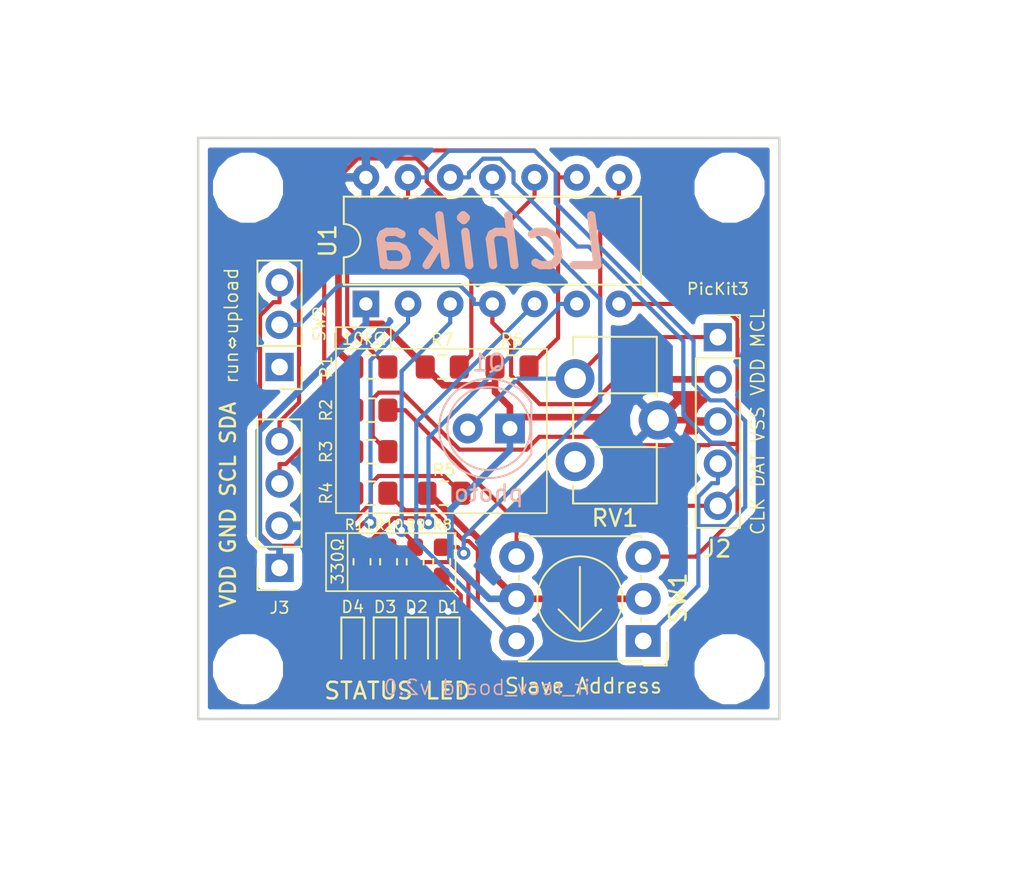
<source format=kicad_pcb>
(kicad_pcb (version 20171130) (host pcbnew "(5.0.0)")

  (general
    (thickness 1.6)
    (drawings 33)
    (tracks 237)
    (zones 0)
    (modules 26)
    (nets 20)
  )

  (page A4)
  (layers
    (0 F.Cu signal)
    (31 B.Cu signal)
    (32 B.Adhes user)
    (33 F.Adhes user)
    (34 B.Paste user)
    (35 F.Paste user)
    (36 B.SilkS user)
    (37 F.SilkS user)
    (38 B.Mask user)
    (39 F.Mask user)
    (40 Dwgs.User user)
    (41 Cmts.User user)
    (42 Eco1.User user)
    (43 Eco2.User user)
    (44 Edge.Cuts user)
    (45 Margin user)
    (46 B.CrtYd user)
    (47 F.CrtYd user)
    (48 B.Fab user)
    (49 F.Fab user)
  )

  (setup
    (last_trace_width 0.25)
    (trace_clearance 0.2)
    (zone_clearance 0.508)
    (zone_45_only no)
    (trace_min 0.2)
    (segment_width 0.1)
    (edge_width 0.15)
    (via_size 0.8)
    (via_drill 0.4)
    (via_min_size 0.8)
    (via_min_drill 0.3)
    (uvia_size 0.3)
    (uvia_drill 0.1)
    (uvias_allowed no)
    (uvia_min_size 0.2)
    (uvia_min_drill 0.1)
    (pcb_text_width 0.3)
    (pcb_text_size 1.5 1.5)
    (mod_edge_width 0.15)
    (mod_text_size 1 1)
    (mod_text_width 0.15)
    (pad_size 1.524 1.524)
    (pad_drill 0.762)
    (pad_to_mask_clearance 0.2)
    (aux_axis_origin 0 0)
    (visible_elements 7FFFFFFF)
    (pcbplotparams
      (layerselection 0x010f0_ffffffff)
      (usegerberextensions true)
      (usegerberattributes false)
      (usegerberadvancedattributes false)
      (creategerberjobfile false)
      (excludeedgelayer true)
      (linewidth 0.100000)
      (plotframeref false)
      (viasonmask false)
      (mode 1)
      (useauxorigin false)
      (hpglpennumber 1)
      (hpglpenspeed 20)
      (hpglpendiameter 15.000000)
      (psnegative false)
      (psa4output false)
      (plotreference true)
      (plotvalue true)
      (plotinvisibletext false)
      (padsonsilk false)
      (subtractmaskfromsilk true)
      (outputformat 1)
      (mirror false)
      (drillshape 0)
      (scaleselection 1)
      (outputdirectory ""))
  )

  (net 0 "")
  (net 1 "Net-(D1-Pad2)")
  (net 2 GND)
  (net 3 "Net-(D2-Pad2)")
  (net 4 "Net-(D3-Pad2)")
  (net 5 "Net-(D4-Pad2)")
  (net 6 +5V)
  (net 7 "Net-(J2-Pad4)")
  (net 8 "Net-(Q1-Pad2)")
  (net 9 "Net-(J2-Pad5)")
  (net 10 RC3)
  (net 11 RC5)
  (net 12 "Net-(J3-Pad3)")
  (net 13 "Net-(J3-Pad4)")
  (net 14 "Net-(R5-Pad1)")
  (net 15 "Net-(R8-Pad1)")
  (net 16 "Net-(R9-Pad1)")
  (net 17 "Net-(R10-Pad1)")
  (net 18 "Net-(R11-Pad1)")
  (net 19 "Net-(J2-Pad1)")

  (net_class Default "これはデフォルトのネット クラスです。"
    (clearance 0.2)
    (trace_width 0.25)
    (via_dia 0.8)
    (via_drill 0.4)
    (uvia_dia 0.3)
    (uvia_drill 0.1)
    (add_net "Net-(D1-Pad2)")
    (add_net "Net-(D2-Pad2)")
    (add_net "Net-(D3-Pad2)")
    (add_net "Net-(D4-Pad2)")
    (add_net "Net-(J2-Pad1)")
    (add_net "Net-(J2-Pad4)")
    (add_net "Net-(J2-Pad5)")
    (add_net "Net-(J3-Pad3)")
    (add_net "Net-(J3-Pad4)")
    (add_net "Net-(Q1-Pad2)")
    (add_net "Net-(R10-Pad1)")
    (add_net "Net-(R11-Pad1)")
    (add_net "Net-(R5-Pad1)")
    (add_net "Net-(R8-Pad1)")
    (add_net "Net-(R9-Pad1)")
    (add_net RC3)
    (add_net RC5)
  )

  (net_class GND ""
    (clearance 0.2)
    (trace_width 0.4)
    (via_dia 0.8)
    (via_drill 0.4)
    (uvia_dia 0.3)
    (uvia_drill 0.1)
    (add_net GND)
  )

  (net_class VDD ""
    (clearance 0.2)
    (trace_width 0.4)
    (via_dia 0.8)
    (via_drill 0.4)
    (uvia_dia 0.3)
    (uvia_drill 0.1)
    (add_net +5V)
  )

  (module MountingHole:MountingHole_3.2mm_M3 (layer F.Cu) (tedit 5D885093) (tstamp 5D95AD94)
    (at 68 76)
    (descr "Mounting Hole 3.2mm, no annular, M3")
    (tags "mounting hole 3.2mm no annular m3")
    (attr virtual)
    (fp_text reference hole4 (at 0 -4.2) (layer F.SilkS) hide
      (effects (font (size 1 1) (thickness 0.15)))
    )
    (fp_text value MountingHole_3.2mm_M3 (at 0 4.2) (layer F.Fab)
      (effects (font (size 1 1) (thickness 0.15)))
    )
    (fp_text user %R (at 0.3 0) (layer F.Fab)
      (effects (font (size 1 1) (thickness 0.15)))
    )
    (fp_circle (center 0 0) (end 3.2 0) (layer Cmts.User) (width 0.15))
    (fp_circle (center 0 0) (end 3.45 0) (layer F.CrtYd) (width 0.05))
    (pad 1 np_thru_hole circle (at 0 0) (size 3.2 3.2) (drill 3.2) (layers *.Cu *.Mask))
  )

  (module MountingHole:MountingHole_3.2mm_M3 (layer F.Cu) (tedit 5D885072) (tstamp 5D95AD94)
    (at 39 76)
    (descr "Mounting Hole 3.2mm, no annular, M3")
    (tags "mounting hole 3.2mm no annular m3")
    (attr virtual)
    (fp_text reference hole3 (at 0 -4.2) (layer F.SilkS) hide
      (effects (font (size 1 1) (thickness 0.15)))
    )
    (fp_text value MountingHole_3.2mm_M3 (at 0 4.2) (layer F.Fab)
      (effects (font (size 1 1) (thickness 0.15)))
    )
    (fp_text user %R (at 0.3 0) (layer F.Fab)
      (effects (font (size 1 1) (thickness 0.15)))
    )
    (fp_circle (center 0 0) (end 3.2 0) (layer Cmts.User) (width 0.15))
    (fp_circle (center 0 0) (end 3.45 0) (layer F.CrtYd) (width 0.05))
    (pad 1 np_thru_hole circle (at 0 0) (size 3.2 3.2) (drill 3.2) (layers *.Cu *.Mask))
  )

  (module MountingHole:MountingHole_3.2mm_M3 (layer F.Cu) (tedit 5D885087) (tstamp 5D95AD94)
    (at 68 47)
    (descr "Mounting Hole 3.2mm, no annular, M3")
    (tags "mounting hole 3.2mm no annular m3")
    (attr virtual)
    (fp_text reference hole2 (at 0 -4.2) (layer F.SilkS) hide
      (effects (font (size 1 1) (thickness 0.15)))
    )
    (fp_text value MountingHole_3.2mm_M3 (at 0 4.2) (layer F.Fab)
      (effects (font (size 1 1) (thickness 0.15)))
    )
    (fp_text user %R (at 0.3 0) (layer F.Fab)
      (effects (font (size 1 1) (thickness 0.15)))
    )
    (fp_circle (center 0 0) (end 3.2 0) (layer Cmts.User) (width 0.15))
    (fp_circle (center 0 0) (end 3.45 0) (layer F.CrtYd) (width 0.05))
    (pad 1 np_thru_hole circle (at 0 0) (size 3.2 3.2) (drill 3.2) (layers *.Cu *.Mask))
  )

  (module LED_THT:LED_D5.0mm (layer B.Cu) (tedit 5995936A) (tstamp 5D4C170E)
    (at 54.775 61.5 180)
    (descr "LED, diameter 5.0mm, 2 pins, http://cdn-reichelt.de/documents/datenblatt/A500/LL-504BC2E-009.pdf")
    (tags "LED diameter 5.0mm 2 pins")
    (path /5D3EA532)
    (fp_text reference Q1 (at 1.27 3.96 180) (layer B.SilkS)
      (effects (font (size 1 1) (thickness 0.15)) (justify mirror))
    )
    (fp_text value Q_Photo_NPN (at 1.27 -3.96 180) (layer B.Fab)
      (effects (font (size 1 1) (thickness 0.15)) (justify mirror))
    )
    (fp_text user %R (at 1.25 0 180) (layer B.Fab)
      (effects (font (size 0.8 0.8) (thickness 0.2)) (justify mirror))
    )
    (fp_line (start 4.5 3.25) (end -1.95 3.25) (layer B.CrtYd) (width 0.05))
    (fp_line (start 4.5 -3.25) (end 4.5 3.25) (layer B.CrtYd) (width 0.05))
    (fp_line (start -1.95 -3.25) (end 4.5 -3.25) (layer B.CrtYd) (width 0.05))
    (fp_line (start -1.95 3.25) (end -1.95 -3.25) (layer B.CrtYd) (width 0.05))
    (fp_line (start -1.29 1.545) (end -1.29 -1.545) (layer B.SilkS) (width 0.12))
    (fp_line (start -1.23 1.469694) (end -1.23 -1.469694) (layer B.Fab) (width 0.1))
    (fp_circle (center 1.27 0) (end 3.77 0) (layer B.SilkS) (width 0.12))
    (fp_circle (center 1.27 0) (end 3.77 0) (layer B.Fab) (width 0.1))
    (fp_arc (start 1.27 0) (end -1.29 -1.54483) (angle 148.9) (layer B.SilkS) (width 0.12))
    (fp_arc (start 1.27 0) (end -1.29 1.54483) (angle -148.9) (layer B.SilkS) (width 0.12))
    (fp_arc (start 1.27 0) (end -1.23 1.469694) (angle -299.1) (layer B.Fab) (width 0.1))
    (pad 2 thru_hole circle (at 2.54 0 180) (size 1.8 1.8) (drill 0.9) (layers *.Cu *.Mask)
      (net 8 "Net-(Q1-Pad2)"))
    (pad 1 thru_hole rect (at 0 0 180) (size 1.8 1.8) (drill 0.9) (layers *.Cu *.Mask)
      (net 6 +5V))
    (model ${KISYS3DMOD}/LED_THT.3dshapes/LED_D5.0mm.wrl
      (at (xyz 0 0 0))
      (scale (xyz 1 1 1))
      (rotate (xyz 0 0 0))
    )
  )

  (module Potentiometer_THT:Potentiometer_ACP_CA9-H5_Horizontal (layer F.Cu) (tedit 5A3D4994) (tstamp 5D4C175C)
    (at 58.7 58.5)
    (descr "Potentiometer, horizontal, ACP CA9-H5, http://www.acptechnologies.com/wp-content/uploads/2017/05/02-ACP-CA9-CE9.pdf")
    (tags "Potentiometer horizontal ACP CA9-H5")
    (path /5D3EA5ED)
    (fp_text reference RV1 (at 2.4 8.4) (layer F.SilkS)
      (effects (font (size 1 1) (thickness 0.15)))
    )
    (fp_text value R_POT (at 0 8.65) (layer F.Fab)
      (effects (font (size 1 1) (thickness 0.15)))
    )
    (fp_text user %R (at 2.4 2.5) (layer F.Fab)
      (effects (font (size 1 1) (thickness 0.15)))
    )
    (fp_line (start 6.45 -2.7) (end -1.45 -2.7) (layer F.CrtYd) (width 0.05))
    (fp_line (start 6.45 7.65) (end 6.45 -2.7) (layer F.CrtYd) (width 0.05))
    (fp_line (start -1.45 7.65) (end 6.45 7.65) (layer F.CrtYd) (width 0.05))
    (fp_line (start -1.45 -2.7) (end -1.45 7.65) (layer F.CrtYd) (width 0.05))
    (fp_line (start 4.92 3.925) (end 4.92 4.12) (layer F.SilkS) (width 0.12))
    (fp_line (start 4.92 0.88) (end 4.92 1.075) (layer F.SilkS) (width 0.12))
    (fp_line (start -0.121 1.426) (end -0.121 3.575) (layer F.SilkS) (width 0.12))
    (fp_line (start 1.237 4.12) (end 4.92 4.12) (layer F.SilkS) (width 0.12))
    (fp_line (start 1.237 0.88) (end 4.92 0.88) (layer F.SilkS) (width 0.12))
    (fp_line (start -0.121 1.426) (end -0.121 3.575) (layer F.SilkS) (width 0.12))
    (fp_line (start -0.121 -2.521) (end -0.121 -1.426) (layer F.SilkS) (width 0.12))
    (fp_line (start -0.121 6.425) (end -0.121 7.52) (layer F.SilkS) (width 0.12))
    (fp_line (start 4.92 3.925) (end 4.92 7.52) (layer F.SilkS) (width 0.12))
    (fp_line (start 4.92 -2.521) (end 4.92 1.075) (layer F.SilkS) (width 0.12))
    (fp_line (start -0.121 7.52) (end 4.92 7.52) (layer F.SilkS) (width 0.12))
    (fp_line (start -0.121 -2.521) (end 4.92 -2.521) (layer F.SilkS) (width 0.12))
    (fp_line (start 4.8 1) (end 0 1) (layer F.Fab) (width 0.1))
    (fp_line (start 4.8 4) (end 4.8 1) (layer F.Fab) (width 0.1))
    (fp_line (start 0 4) (end 4.8 4) (layer F.Fab) (width 0.1))
    (fp_line (start 0 1) (end 0 4) (layer F.Fab) (width 0.1))
    (fp_line (start 0 -2.4) (end 4.8 -2.4) (layer F.Fab) (width 0.1))
    (fp_line (start 0 7.4) (end 0 -2.4) (layer F.Fab) (width 0.1))
    (fp_line (start 4.8 7.4) (end 0 7.4) (layer F.Fab) (width 0.1))
    (fp_line (start 4.8 -2.4) (end 4.8 7.4) (layer F.Fab) (width 0.1))
    (pad 1 thru_hole circle (at 0 0) (size 2.34 2.34) (drill 1.3) (layers *.Cu *.Mask)
      (net 8 "Net-(Q1-Pad2)"))
    (pad 2 thru_hole circle (at 5 2.5) (size 2.34 2.34) (drill 1.3) (layers *.Cu *.Mask)
      (net 2 GND))
    (pad 3 thru_hole circle (at 0 5) (size 2.34 2.34) (drill 1.3) (layers *.Cu *.Mask))
    (model ${KISYS3DMOD}/Potentiometer_THT.3dshapes/Potentiometer_ACP_CA9-H5_Horizontal.wrl
      (at (xyz 0 0 0))
      (scale (xyz 1 1 1))
      (rotate (xyz 0 0 0))
    )
  )

  (module Package_DIP:DIP-14_W7.62mm (layer F.Cu) (tedit 5A02E8C5) (tstamp 5D4C177E)
    (at 46.1 54 90)
    (descr "14-lead though-hole mounted DIP package, row spacing 7.62 mm (300 mils)")
    (tags "THT DIP DIL PDIP 2.54mm 7.62mm 300mil")
    (path /5D3E9AD1)
    (fp_text reference U1 (at 3.8 -2.3 90) (layer F.SilkS)
      (effects (font (size 1 1) (thickness 0.15)))
    )
    (fp_text value PIC16F1503-IP (at 3.81 17.57 90) (layer F.Fab)
      (effects (font (size 1 1) (thickness 0.15)))
    )
    (fp_text user %R (at 3.81 7.62 90) (layer F.Fab)
      (effects (font (size 1 1) (thickness 0.15)))
    )
    (fp_line (start 8.7 -1.55) (end -1.1 -1.55) (layer F.CrtYd) (width 0.05))
    (fp_line (start 8.7 16.8) (end 8.7 -1.55) (layer F.CrtYd) (width 0.05))
    (fp_line (start -1.1 16.8) (end 8.7 16.8) (layer F.CrtYd) (width 0.05))
    (fp_line (start -1.1 -1.55) (end -1.1 16.8) (layer F.CrtYd) (width 0.05))
    (fp_line (start 6.46 -1.33) (end 4.81 -1.33) (layer F.SilkS) (width 0.12))
    (fp_line (start 6.46 16.57) (end 6.46 -1.33) (layer F.SilkS) (width 0.12))
    (fp_line (start 1.16 16.57) (end 6.46 16.57) (layer F.SilkS) (width 0.12))
    (fp_line (start 1.16 -1.33) (end 1.16 16.57) (layer F.SilkS) (width 0.12))
    (fp_line (start 2.81 -1.33) (end 1.16 -1.33) (layer F.SilkS) (width 0.12))
    (fp_line (start 0.635 -0.27) (end 1.635 -1.27) (layer F.Fab) (width 0.1))
    (fp_line (start 0.635 16.51) (end 0.635 -0.27) (layer F.Fab) (width 0.1))
    (fp_line (start 6.985 16.51) (end 0.635 16.51) (layer F.Fab) (width 0.1))
    (fp_line (start 6.985 -1.27) (end 6.985 16.51) (layer F.Fab) (width 0.1))
    (fp_line (start 1.635 -1.27) (end 6.985 -1.27) (layer F.Fab) (width 0.1))
    (fp_arc (start 3.81 -1.33) (end 2.81 -1.33) (angle -180) (layer F.SilkS) (width 0.12))
    (pad 14 thru_hole oval (at 7.62 0 90) (size 1.6 1.6) (drill 0.8) (layers *.Cu *.Mask)
      (net 2 GND))
    (pad 7 thru_hole oval (at 0 15.24 90) (size 1.6 1.6) (drill 0.8) (layers *.Cu *.Mask)
      (net 10 RC3))
    (pad 13 thru_hole oval (at 7.62 2.54 90) (size 1.6 1.6) (drill 0.8) (layers *.Cu *.Mask)
      (net 7 "Net-(J2-Pad4)"))
    (pad 6 thru_hole oval (at 0 12.7 90) (size 1.6 1.6) (drill 0.8) (layers *.Cu *.Mask)
      (net 18 "Net-(R11-Pad1)"))
    (pad 12 thru_hole oval (at 7.62 5.08 90) (size 1.6 1.6) (drill 0.8) (layers *.Cu *.Mask)
      (net 9 "Net-(J2-Pad5)"))
    (pad 5 thru_hole oval (at 0 10.16 90) (size 1.6 1.6) (drill 0.8) (layers *.Cu *.Mask)
      (net 11 RC5))
    (pad 11 thru_hole oval (at 7.62 7.62 90) (size 1.6 1.6) (drill 0.8) (layers *.Cu *.Mask)
      (net 15 "Net-(R8-Pad1)"))
    (pad 4 thru_hole oval (at 0 7.62 90) (size 1.6 1.6) (drill 0.8) (layers *.Cu *.Mask)
      (net 19 "Net-(J2-Pad1)"))
    (pad 10 thru_hole oval (at 7.62 10.16 90) (size 1.6 1.6) (drill 0.8) (layers *.Cu *.Mask)
      (net 12 "Net-(J3-Pad3)"))
    (pad 3 thru_hole oval (at 0 5.08 90) (size 1.6 1.6) (drill 0.8) (layers *.Cu *.Mask)
      (net 16 "Net-(R9-Pad1)"))
    (pad 9 thru_hole oval (at 7.62 12.7 90) (size 1.6 1.6) (drill 0.8) (layers *.Cu *.Mask)
      (net 13 "Net-(J3-Pad4)"))
    (pad 2 thru_hole oval (at 0 2.54 90) (size 1.6 1.6) (drill 0.8) (layers *.Cu *.Mask)
      (net 17 "Net-(R10-Pad1)"))
    (pad 8 thru_hole oval (at 7.62 15.24 90) (size 1.6 1.6) (drill 0.8) (layers *.Cu *.Mask)
      (net 8 "Net-(Q1-Pad2)"))
    (pad 1 thru_hole rect (at 0 0 90) (size 1.6 1.6) (drill 0.8) (layers *.Cu *.Mask)
      (net 6 +5V))
    (model ${KISYS3DMOD}/Package_DIP.3dshapes/DIP-14_W7.62mm.wrl
      (at (xyz 0 0 0))
      (scale (xyz 1 1 1))
      (rotate (xyz 0 0 0))
    )
  )

  (module Button_Switch_THT:Nidec_Copal_SH-7010C (layer F.Cu) (tedit 5A02FE31) (tstamp 5D5302D8)
    (at 62.8 74.3 180)
    (descr "4-bit rotary coded switch, through-hole, https://www.nidec-copal-electronics.com/e/catalog/switch/sh-7000.pdf")
    (tags "rotary switch bcd")
    (path /5D48992C)
    (fp_text reference SW1 (at -2.1 2.6 90) (layer F.SilkS)
      (effects (font (size 1 1) (thickness 0.15)))
    )
    (fp_text value SW_Coded_SH-7070 (at 3.81 7.44 180) (layer F.Fab)
      (effects (font (size 1 1) (thickness 0.15)))
    )
    (fp_text user %R (at 3.81 2.54 180) (layer F.Fab)
      (effects (font (size 1 1) (thickness 0.15)))
    )
    (fp_line (start 8.92 -1.36) (end -1.3 -1.36) (layer F.CrtYd) (width 0.05))
    (fp_line (start 8.92 6.44) (end 8.92 -1.36) (layer F.CrtYd) (width 0.05))
    (fp_line (start -1.3 6.44) (end 8.92 6.44) (layer F.CrtYd) (width 0.05))
    (fp_line (start -1.3 -1.36) (end -1.3 6.44) (layer F.CrtYd) (width 0.05))
    (fp_line (start 3.81 0.62) (end 5.09 1.9) (layer F.SilkS) (width 0.12))
    (fp_line (start 2.53 1.9) (end 3.81 0.62) (layer F.SilkS) (width 0.12))
    (fp_line (start 3.81 0.62) (end 3.81 4.46) (layer F.SilkS) (width 0.12))
    (fp_line (start -1.42 -1.48) (end -0.05 -1.48) (layer F.SilkS) (width 0.12))
    (fp_line (start -1.42 -0.11) (end -1.42 -1.48) (layer F.SilkS) (width 0.12))
    (fp_line (start 7.48 3.69) (end 7.48 3.93) (layer F.SilkS) (width 0.12))
    (fp_line (start 7.48 1.15) (end 7.48 1.39) (layer F.SilkS) (width 0.12))
    (fp_line (start 0.14 3.69) (end 0.14 3.93) (layer F.SilkS) (width 0.12))
    (fp_line (start 0.14 1.15) (end 0.14 1.39) (layer F.SilkS) (width 0.12))
    (fp_line (start 7.48 6.31) (end 7.48 6.23) (layer F.SilkS) (width 0.12))
    (fp_line (start 0.14 6.31) (end 7.48 6.31) (layer F.SilkS) (width 0.12))
    (fp_line (start 0.14 6.23) (end 0.14 6.31) (layer F.SilkS) (width 0.12))
    (fp_line (start 7.48 -1.23) (end 7.48 -1.15) (layer F.SilkS) (width 0.12))
    (fp_line (start 0.14 -1.23) (end 7.48 -1.23) (layer F.SilkS) (width 0.12))
    (fp_line (start 0.14 -1.15) (end 0.14 -1.23) (layer F.SilkS) (width 0.12))
    (fp_line (start 0.26 -0.11) (end 1.26 -1.11) (layer F.Fab) (width 0.1))
    (fp_line (start 0.26 6.19) (end 0.26 -0.11) (layer F.Fab) (width 0.1))
    (fp_line (start 7.36 6.19) (end 0.26 6.19) (layer F.Fab) (width 0.1))
    (fp_line (start 7.36 -1.11) (end 7.36 6.19) (layer F.Fab) (width 0.1))
    (fp_line (start 1.26 -1.11) (end 7.36 -1.11) (layer F.Fab) (width 0.1))
    (fp_circle (center 3.81 2.54) (end 6.37 2.54) (layer F.SilkS) (width 0.12))
    (pad 2 thru_hole oval (at 7.62 5.08 180) (size 2.1 1.9) (drill 1) (layers *.Cu *.Mask)
      (net 9 "Net-(J2-Pad5)"))
    (pad 4 thru_hole oval (at 0 5.08 180) (size 2.1 1.9) (drill 1) (layers *.Cu *.Mask)
      (net 10 RC3))
    (pad C thru_hole oval (at 7.62 2.54 180) (size 2.1 1.9) (drill 1) (layers *.Cu *.Mask)
      (net 6 +5V))
    (pad C thru_hole oval (at 0 2.54 180) (size 2.1 1.9) (drill 1) (layers *.Cu *.Mask)
      (net 6 +5V))
    (pad 8 thru_hole oval (at 7.62 0 180) (size 2.1 1.9) (drill 1) (layers *.Cu *.Mask)
      (net 11 RC5))
    (pad 1 thru_hole rect (at 0 0 180) (size 2.1 1.9) (drill 1) (layers *.Cu *.Mask)
      (net 7 "Net-(J2-Pad4)"))
    (model ${KISYS3DMOD}/Button_Switch_THT.3dshapes/Nidec_Copal_SH-7010C.wrl
      (at (xyz 0 0 0))
      (scale (xyz 1 1 1))
      (rotate (xyz 0 0 0))
    )
  )

  (module Connector_PinHeader_2.54mm:PinHeader_1x03_P2.54mm_Vertical (layer F.Cu) (tedit 5D885610) (tstamp 5D5302EF)
    (at 40.9 57.8 180)
    (descr "Through hole straight pin header, 1x03, 2.54mm pitch, single row")
    (tags "Through hole pin header THT 1x03 2.54mm single row")
    (path /5D48C99A)
    (fp_text reference SW2 (at -2.4 2.6 90) (layer F.SilkS)
      (effects (font (size 0.7 0.7) (thickness 0.1)))
    )
    (fp_text value SW_SPDT (at 0 7.41 180) (layer F.Fab)
      (effects (font (size 1 1) (thickness 0.15)))
    )
    (fp_text user %R (at 0 2.54 270) (layer F.Fab)
      (effects (font (size 1 1) (thickness 0.15)))
    )
    (fp_line (start 1.8 -1.8) (end -1.8 -1.8) (layer F.CrtYd) (width 0.05))
    (fp_line (start 1.8 6.85) (end 1.8 -1.8) (layer F.CrtYd) (width 0.05))
    (fp_line (start -1.8 6.85) (end 1.8 6.85) (layer F.CrtYd) (width 0.05))
    (fp_line (start -1.8 -1.8) (end -1.8 6.85) (layer F.CrtYd) (width 0.05))
    (fp_line (start -1.33 -1.33) (end 0 -1.33) (layer F.SilkS) (width 0.12))
    (fp_line (start -1.33 0) (end -1.33 -1.33) (layer F.SilkS) (width 0.12))
    (fp_line (start -1.33 1.27) (end 1.33 1.27) (layer F.SilkS) (width 0.12))
    (fp_line (start 1.33 1.27) (end 1.33 6.41) (layer F.SilkS) (width 0.12))
    (fp_line (start -1.33 1.27) (end -1.33 6.41) (layer F.SilkS) (width 0.12))
    (fp_line (start -1.33 6.41) (end 1.33 6.41) (layer F.SilkS) (width 0.12))
    (fp_line (start -1.27 -0.635) (end -0.635 -1.27) (layer F.Fab) (width 0.1))
    (fp_line (start -1.27 6.35) (end -1.27 -0.635) (layer F.Fab) (width 0.1))
    (fp_line (start 1.27 6.35) (end -1.27 6.35) (layer F.Fab) (width 0.1))
    (fp_line (start 1.27 -1.27) (end 1.27 6.35) (layer F.Fab) (width 0.1))
    (fp_line (start -0.635 -1.27) (end 1.27 -1.27) (layer F.Fab) (width 0.1))
    (pad 3 thru_hole oval (at 0 5.08 180) (size 1.7 1.7) (drill 1) (layers *.Cu *.Mask)
      (net 14 "Net-(R5-Pad1)"))
    (pad 2 thru_hole oval (at 0 2.54 180) (size 1.7 1.7) (drill 1) (layers *.Cu *.Mask)
      (net 19 "Net-(J2-Pad1)"))
    (pad 1 thru_hole rect (at 0 0 180) (size 1.7 1.7) (drill 1) (layers *.Cu *.Mask))
    (model ${KISYS3DMOD}/Connector_PinHeader_2.54mm.3dshapes/PinHeader_1x03_P2.54mm_Vertical.wrl
      (at (xyz 0 0 0))
      (scale (xyz 1 1 1))
      (rotate (xyz 0 0 0))
    )
  )

  (module Connector_PinSocket_2.54mm:PinSocket_1x05_P2.54mm_Vertical (layer F.Cu) (tedit 5A19A420) (tstamp 5D530456)
    (at 67.3 56)
    (descr "Through hole straight socket strip, 1x05, 2.54mm pitch, single row (from Kicad 4.0.7), script generated")
    (tags "Through hole socket strip THT 1x05 2.54mm single row")
    (path /5D479F68)
    (fp_text reference J2 (at -0.05 12.75) (layer F.SilkS)
      (effects (font (size 1 1) (thickness 0.15)))
    )
    (fp_text value Conn_01x05_Female (at 0 12.93) (layer F.Fab)
      (effects (font (size 1 1) (thickness 0.15)))
    )
    (fp_text user %R (at 0 5.08 90) (layer F.Fab)
      (effects (font (size 1 1) (thickness 0.15)))
    )
    (fp_line (start -1.8 11.9) (end -1.8 -1.8) (layer F.CrtYd) (width 0.05))
    (fp_line (start 1.75 11.9) (end -1.8 11.9) (layer F.CrtYd) (width 0.05))
    (fp_line (start 1.75 -1.8) (end 1.75 11.9) (layer F.CrtYd) (width 0.05))
    (fp_line (start -1.8 -1.8) (end 1.75 -1.8) (layer F.CrtYd) (width 0.05))
    (fp_line (start 0 -1.33) (end 1.33 -1.33) (layer F.SilkS) (width 0.12))
    (fp_line (start 1.33 -1.33) (end 1.33 0) (layer F.SilkS) (width 0.12))
    (fp_line (start 1.33 1.27) (end 1.33 11.49) (layer F.SilkS) (width 0.12))
    (fp_line (start -1.33 11.49) (end 1.33 11.49) (layer F.SilkS) (width 0.12))
    (fp_line (start -1.33 1.27) (end -1.33 11.49) (layer F.SilkS) (width 0.12))
    (fp_line (start -1.33 1.27) (end 1.33 1.27) (layer F.SilkS) (width 0.12))
    (fp_line (start -1.27 11.43) (end -1.27 -1.27) (layer F.Fab) (width 0.1))
    (fp_line (start 1.27 11.43) (end -1.27 11.43) (layer F.Fab) (width 0.1))
    (fp_line (start 1.27 -0.635) (end 1.27 11.43) (layer F.Fab) (width 0.1))
    (fp_line (start 0.635 -1.27) (end 1.27 -0.635) (layer F.Fab) (width 0.1))
    (fp_line (start -1.27 -1.27) (end 0.635 -1.27) (layer F.Fab) (width 0.1))
    (pad 5 thru_hole oval (at 0 10.16) (size 1.7 1.7) (drill 1) (layers *.Cu *.Mask)
      (net 9 "Net-(J2-Pad5)"))
    (pad 4 thru_hole oval (at 0 7.62) (size 1.7 1.7) (drill 1) (layers *.Cu *.Mask)
      (net 7 "Net-(J2-Pad4)"))
    (pad 3 thru_hole oval (at 0 5.08) (size 1.7 1.7) (drill 1) (layers *.Cu *.Mask)
      (net 2 GND))
    (pad 2 thru_hole oval (at 0 2.54) (size 1.7 1.7) (drill 1) (layers *.Cu *.Mask)
      (net 6 +5V))
    (pad 1 thru_hole rect (at 0 0) (size 1.7 1.7) (drill 1) (layers *.Cu *.Mask)
      (net 19 "Net-(J2-Pad1)"))
    (model ${KISYS3DMOD}/Connector_PinSocket_2.54mm.3dshapes/PinSocket_1x05_P2.54mm_Vertical.wrl
      (at (xyz 0 0 0))
      (scale (xyz 1 1 1))
      (rotate (xyz 0 0 0))
    )
  )

  (module Connector_PinSocket_2.54mm:PinSocket_1x04_P2.54mm_Vertical (layer F.Cu) (tedit 5D8854D9) (tstamp 5D9507CC)
    (at 40.9 69.9 180)
    (descr "Through hole straight socket strip, 1x04, 2.54mm pitch, single row (from Kicad 4.0.7), script generated")
    (tags "Through hole socket strip THT 1x04 2.54mm single row")
    (path /5D3EA63B)
    (fp_text reference J3 (at 0 -2.4) (layer F.SilkS)
      (effects (font (size 0.7 0.7) (thickness 0.1)))
    )
    (fp_text value Conn_01x04_Female (at 0 10.39 180) (layer F.Fab)
      (effects (font (size 1 1) (thickness 0.15)))
    )
    (fp_text user %R (at 0 3.81 270) (layer F.Fab)
      (effects (font (size 1 1) (thickness 0.15)))
    )
    (fp_line (start -1.8 9.4) (end -1.8 -1.8) (layer F.CrtYd) (width 0.05))
    (fp_line (start 1.75 9.4) (end -1.8 9.4) (layer F.CrtYd) (width 0.05))
    (fp_line (start 1.75 -1.8) (end 1.75 9.4) (layer F.CrtYd) (width 0.05))
    (fp_line (start -1.8 -1.8) (end 1.75 -1.8) (layer F.CrtYd) (width 0.05))
    (fp_line (start 0 -1.33) (end 1.33 -1.33) (layer F.SilkS) (width 0.12))
    (fp_line (start 1.33 -1.33) (end 1.33 0) (layer F.SilkS) (width 0.12))
    (fp_line (start 1.33 1.27) (end 1.33 8.95) (layer F.SilkS) (width 0.12))
    (fp_line (start -1.33 8.95) (end 1.33 8.95) (layer F.SilkS) (width 0.12))
    (fp_line (start -1.33 1.27) (end -1.33 8.95) (layer F.SilkS) (width 0.12))
    (fp_line (start -1.33 1.27) (end 1.33 1.27) (layer F.SilkS) (width 0.12))
    (fp_line (start -1.27 8.89) (end -1.27 -1.27) (layer F.Fab) (width 0.1))
    (fp_line (start 1.27 8.89) (end -1.27 8.89) (layer F.Fab) (width 0.1))
    (fp_line (start 1.27 -0.635) (end 1.27 8.89) (layer F.Fab) (width 0.1))
    (fp_line (start 0.635 -1.27) (end 1.27 -0.635) (layer F.Fab) (width 0.1))
    (fp_line (start -1.27 -1.27) (end 0.635 -1.27) (layer F.Fab) (width 0.1))
    (pad 4 thru_hole oval (at 0 7.62 180) (size 1.7 1.7) (drill 1) (layers *.Cu *.Mask)
      (net 13 "Net-(J3-Pad4)"))
    (pad 3 thru_hole oval (at 0 5.08 180) (size 1.7 1.7) (drill 1) (layers *.Cu *.Mask)
      (net 12 "Net-(J3-Pad3)"))
    (pad 2 thru_hole oval (at 0 2.54 180) (size 1.7 1.7) (drill 1) (layers *.Cu *.Mask)
      (net 2 GND))
    (pad 1 thru_hole rect (at 0 0 180) (size 1.7 1.7) (drill 1) (layers *.Cu *.Mask)
      (net 6 +5V))
    (model ${KISYS3DMOD}/Connector_PinSocket_2.54mm.3dshapes/PinSocket_1x04_P2.54mm_Vertical.wrl
      (at (xyz 0 0 0))
      (scale (xyz 1 1 1))
      (rotate (xyz 0 0 0))
    )
  )

  (module Resistor_SMD:R_0603_1608Metric_Pad1.05x0.95mm_HandSolder (layer F.Cu) (tedit 5D8855C6) (tstamp 5D95202D)
    (at 50.666 69.53 270)
    (descr "Resistor SMD 0603 (1608 Metric), square (rectangular) end terminal, IPC_7351 nominal with elongated pad for handsoldering. (Body size source: http://www.tortai-tech.com/upload/download/2011102023233369053.pdf), generated with kicad-footprint-generator")
    (tags "resistor handsolder")
    (path /5D88EA50)
    (attr smd)
    (fp_text reference R8 (at -2.23 -0.034) (layer F.SilkS)
      (effects (font (size 0.6 0.6) (thickness 0.1)))
    )
    (fp_text value 300 (at 0 1.43 270) (layer F.Fab)
      (effects (font (size 1 1) (thickness 0.15)))
    )
    (fp_text user %R (at 0 0 270) (layer F.Fab)
      (effects (font (size 0.4 0.4) (thickness 0.06)))
    )
    (fp_line (start 1.65 0.73) (end -1.65 0.73) (layer F.CrtYd) (width 0.05))
    (fp_line (start 1.65 -0.73) (end 1.65 0.73) (layer F.CrtYd) (width 0.05))
    (fp_line (start -1.65 -0.73) (end 1.65 -0.73) (layer F.CrtYd) (width 0.05))
    (fp_line (start -1.65 0.73) (end -1.65 -0.73) (layer F.CrtYd) (width 0.05))
    (fp_line (start -0.171267 0.51) (end 0.171267 0.51) (layer F.SilkS) (width 0.12))
    (fp_line (start -0.171267 -0.51) (end 0.171267 -0.51) (layer F.SilkS) (width 0.12))
    (fp_line (start 0.8 0.4) (end -0.8 0.4) (layer F.Fab) (width 0.1))
    (fp_line (start 0.8 -0.4) (end 0.8 0.4) (layer F.Fab) (width 0.1))
    (fp_line (start -0.8 -0.4) (end 0.8 -0.4) (layer F.Fab) (width 0.1))
    (fp_line (start -0.8 0.4) (end -0.8 -0.4) (layer F.Fab) (width 0.1))
    (pad 2 smd roundrect (at 0.875 0 270) (size 1.05 0.95) (layers F.Cu F.Paste F.Mask) (roundrect_rratio 0.25)
      (net 1 "Net-(D1-Pad2)"))
    (pad 1 smd roundrect (at -0.875 0 270) (size 1.05 0.95) (layers F.Cu F.Paste F.Mask) (roundrect_rratio 0.25)
      (net 15 "Net-(R8-Pad1)"))
    (model ${KISYS3DMOD}/Resistor_SMD.3dshapes/R_0603_1608Metric.wrl
      (at (xyz 0 0 0))
      (scale (xyz 1 1 1))
      (rotate (xyz 0 0 0))
    )
  )

  (module Resistor_SMD:R_0603_1608Metric_Pad1.05x0.95mm_HandSolder (layer F.Cu) (tedit 5D8855AE) (tstamp 5D95203E)
    (at 49.066 69.53 270)
    (descr "Resistor SMD 0603 (1608 Metric), square (rectangular) end terminal, IPC_7351 nominal with elongated pad for handsoldering. (Body size source: http://www.tortai-tech.com/upload/download/2011102023233369053.pdf), generated with kicad-footprint-generator")
    (tags "resistor handsolder")
    (path /5D88EAB1)
    (attr smd)
    (fp_text reference R9 (at -2.23 -0.034) (layer F.SilkS)
      (effects (font (size 0.6 0.6) (thickness 0.1)))
    )
    (fp_text value 300 (at 0 1.43 270) (layer F.Fab)
      (effects (font (size 1 1) (thickness 0.15)))
    )
    (fp_text user %R (at 0 0 270) (layer F.Fab)
      (effects (font (size 0.4 0.4) (thickness 0.06)))
    )
    (fp_line (start 1.65 0.73) (end -1.65 0.73) (layer F.CrtYd) (width 0.05))
    (fp_line (start 1.65 -0.73) (end 1.65 0.73) (layer F.CrtYd) (width 0.05))
    (fp_line (start -1.65 -0.73) (end 1.65 -0.73) (layer F.CrtYd) (width 0.05))
    (fp_line (start -1.65 0.73) (end -1.65 -0.73) (layer F.CrtYd) (width 0.05))
    (fp_line (start -0.171267 0.51) (end 0.171267 0.51) (layer F.SilkS) (width 0.12))
    (fp_line (start -0.171267 -0.51) (end 0.171267 -0.51) (layer F.SilkS) (width 0.12))
    (fp_line (start 0.8 0.4) (end -0.8 0.4) (layer F.Fab) (width 0.1))
    (fp_line (start 0.8 -0.4) (end 0.8 0.4) (layer F.Fab) (width 0.1))
    (fp_line (start -0.8 -0.4) (end 0.8 -0.4) (layer F.Fab) (width 0.1))
    (fp_line (start -0.8 0.4) (end -0.8 -0.4) (layer F.Fab) (width 0.1))
    (pad 2 smd roundrect (at 0.875 0 270) (size 1.05 0.95) (layers F.Cu F.Paste F.Mask) (roundrect_rratio 0.25)
      (net 3 "Net-(D2-Pad2)"))
    (pad 1 smd roundrect (at -0.875 0 270) (size 1.05 0.95) (layers F.Cu F.Paste F.Mask) (roundrect_rratio 0.25)
      (net 16 "Net-(R9-Pad1)"))
    (model ${KISYS3DMOD}/Resistor_SMD.3dshapes/R_0603_1608Metric.wrl
      (at (xyz 0 0 0))
      (scale (xyz 1 1 1))
      (rotate (xyz 0 0 0))
    )
  )

  (module Resistor_SMD:R_0603_1608Metric_Pad1.05x0.95mm_HandSolder (layer F.Cu) (tedit 5D88559A) (tstamp 5D95204F)
    (at 47.466 69.53 270)
    (descr "Resistor SMD 0603 (1608 Metric), square (rectangular) end terminal, IPC_7351 nominal with elongated pad for handsoldering. (Body size source: http://www.tortai-tech.com/upload/download/2011102023233369053.pdf), generated with kicad-footprint-generator")
    (tags "resistor handsolder")
    (path /5D88EAF3)
    (attr smd)
    (fp_text reference R10 (at -2.23 -0.034) (layer F.SilkS)
      (effects (font (size 0.6 0.6) (thickness 0.1)))
    )
    (fp_text value 300 (at 0 1.43 270) (layer F.Fab)
      (effects (font (size 1 1) (thickness 0.15)))
    )
    (fp_text user %R (at 0 0 270) (layer F.Fab)
      (effects (font (size 0.4 0.4) (thickness 0.06)))
    )
    (fp_line (start 1.65 0.73) (end -1.65 0.73) (layer F.CrtYd) (width 0.05))
    (fp_line (start 1.65 -0.73) (end 1.65 0.73) (layer F.CrtYd) (width 0.05))
    (fp_line (start -1.65 -0.73) (end 1.65 -0.73) (layer F.CrtYd) (width 0.05))
    (fp_line (start -1.65 0.73) (end -1.65 -0.73) (layer F.CrtYd) (width 0.05))
    (fp_line (start -0.171267 0.51) (end 0.171267 0.51) (layer F.SilkS) (width 0.12))
    (fp_line (start -0.171267 -0.51) (end 0.171267 -0.51) (layer F.SilkS) (width 0.12))
    (fp_line (start 0.8 0.4) (end -0.8 0.4) (layer F.Fab) (width 0.1))
    (fp_line (start 0.8 -0.4) (end 0.8 0.4) (layer F.Fab) (width 0.1))
    (fp_line (start -0.8 -0.4) (end 0.8 -0.4) (layer F.Fab) (width 0.1))
    (fp_line (start -0.8 0.4) (end -0.8 -0.4) (layer F.Fab) (width 0.1))
    (pad 2 smd roundrect (at 0.875 0 270) (size 1.05 0.95) (layers F.Cu F.Paste F.Mask) (roundrect_rratio 0.25)
      (net 4 "Net-(D3-Pad2)"))
    (pad 1 smd roundrect (at -0.875 0 270) (size 1.05 0.95) (layers F.Cu F.Paste F.Mask) (roundrect_rratio 0.25)
      (net 17 "Net-(R10-Pad1)"))
    (model ${KISYS3DMOD}/Resistor_SMD.3dshapes/R_0603_1608Metric.wrl
      (at (xyz 0 0 0))
      (scale (xyz 1 1 1))
      (rotate (xyz 0 0 0))
    )
  )

  (module Resistor_SMD:R_0603_1608Metric_Pad1.05x0.95mm_HandSolder (layer F.Cu) (tedit 5D885593) (tstamp 5D952060)
    (at 45.866 69.53 270)
    (descr "Resistor SMD 0603 (1608 Metric), square (rectangular) end terminal, IPC_7351 nominal with elongated pad for handsoldering. (Body size source: http://www.tortai-tech.com/upload/download/2011102023233369053.pdf), generated with kicad-footprint-generator")
    (tags "resistor handsolder")
    (path /5D8A31D1)
    (attr smd)
    (fp_text reference R11 (at -2.23 0.166) (layer F.SilkS)
      (effects (font (size 0.6 0.6) (thickness 0.1)))
    )
    (fp_text value 300 (at 0 1.43 270) (layer F.Fab)
      (effects (font (size 1 1) (thickness 0.15)))
    )
    (fp_text user %R (at 0 0 270) (layer F.Fab)
      (effects (font (size 0.4 0.4) (thickness 0.06)))
    )
    (fp_line (start 1.65 0.73) (end -1.65 0.73) (layer F.CrtYd) (width 0.05))
    (fp_line (start 1.65 -0.73) (end 1.65 0.73) (layer F.CrtYd) (width 0.05))
    (fp_line (start -1.65 -0.73) (end 1.65 -0.73) (layer F.CrtYd) (width 0.05))
    (fp_line (start -1.65 0.73) (end -1.65 -0.73) (layer F.CrtYd) (width 0.05))
    (fp_line (start -0.171267 0.51) (end 0.171267 0.51) (layer F.SilkS) (width 0.12))
    (fp_line (start -0.171267 -0.51) (end 0.171267 -0.51) (layer F.SilkS) (width 0.12))
    (fp_line (start 0.8 0.4) (end -0.8 0.4) (layer F.Fab) (width 0.1))
    (fp_line (start 0.8 -0.4) (end 0.8 0.4) (layer F.Fab) (width 0.1))
    (fp_line (start -0.8 -0.4) (end 0.8 -0.4) (layer F.Fab) (width 0.1))
    (fp_line (start -0.8 0.4) (end -0.8 -0.4) (layer F.Fab) (width 0.1))
    (pad 2 smd roundrect (at 0.875 0 270) (size 1.05 0.95) (layers F.Cu F.Paste F.Mask) (roundrect_rratio 0.25)
      (net 5 "Net-(D4-Pad2)"))
    (pad 1 smd roundrect (at -0.875 0 270) (size 1.05 0.95) (layers F.Cu F.Paste F.Mask) (roundrect_rratio 0.25)
      (net 18 "Net-(R11-Pad1)"))
    (model ${KISYS3DMOD}/Resistor_SMD.3dshapes/R_0603_1608Metric.wrl
      (at (xyz 0 0 0))
      (scale (xyz 1 1 1))
      (rotate (xyz 0 0 0))
    )
  )

  (module LED_SMD:LED_0603_1608Metric_Castellated (layer F.Cu) (tedit 5D884BB1) (tstamp 5D9526B1)
    (at 51.056 74.566 270)
    (descr "LED SMD 0603 (1608 Metric), castellated end terminal, IPC_7351 nominal, (Body size source: http://www.tortai-tech.com/upload/download/2011102023233369053.pdf), generated with kicad-footprint-generator")
    (tags "LED castellated")
    (path /5D3EA690)
    (attr smd)
    (fp_text reference D1 (at -2.316 -0.028) (layer F.SilkS)
      (effects (font (size 0.7 0.7) (thickness 0.1)))
    )
    (fp_text value LED (at 0 1.38 270) (layer F.Fab)
      (effects (font (size 1 1) (thickness 0.15)))
    )
    (fp_text user %R (at 0 0 270) (layer F.Fab)
      (effects (font (size 0.4 0.4) (thickness 0.06)))
    )
    (fp_line (start 1.68 0.68) (end -1.68 0.68) (layer F.CrtYd) (width 0.05))
    (fp_line (start 1.68 -0.68) (end 1.68 0.68) (layer F.CrtYd) (width 0.05))
    (fp_line (start -1.68 -0.68) (end 1.68 -0.68) (layer F.CrtYd) (width 0.05))
    (fp_line (start -1.68 0.68) (end -1.68 -0.68) (layer F.CrtYd) (width 0.05))
    (fp_line (start -1.685 0.685) (end 0.8 0.685) (layer F.SilkS) (width 0.12))
    (fp_line (start -1.685 -0.685) (end -1.685 0.685) (layer F.SilkS) (width 0.12))
    (fp_line (start 0.8 -0.685) (end -1.685 -0.685) (layer F.SilkS) (width 0.12))
    (fp_line (start 0.8 0.4) (end 0.8 -0.4) (layer F.Fab) (width 0.1))
    (fp_line (start -0.8 0.4) (end 0.8 0.4) (layer F.Fab) (width 0.1))
    (fp_line (start -0.8 -0.1) (end -0.8 0.4) (layer F.Fab) (width 0.1))
    (fp_line (start -0.5 -0.4) (end -0.8 -0.1) (layer F.Fab) (width 0.1))
    (fp_line (start 0.8 -0.4) (end -0.5 -0.4) (layer F.Fab) (width 0.1))
    (pad 2 smd roundrect (at 0.8125 0 270) (size 1.225 0.85) (layers F.Cu F.Paste F.Mask) (roundrect_rratio 0.25)
      (net 1 "Net-(D1-Pad2)"))
    (pad 1 smd roundrect (at -0.8125 0 270) (size 1.225 0.85) (layers F.Cu F.Paste F.Mask) (roundrect_rratio 0.25)
      (net 2 GND))
    (model ${KISYS3DMOD}/LED_SMD.3dshapes/LED_0603_1608Metric_Castellated.wrl
      (at (xyz 0 0 0))
      (scale (xyz 1 1 1))
      (rotate (xyz 0 0 0))
    )
  )

  (module LED_SMD:LED_0603_1608Metric_Castellated (layer F.Cu) (tedit 5D884BC1) (tstamp 5D9526C3)
    (at 49.156 74.566 270)
    (descr "LED SMD 0603 (1608 Metric), castellated end terminal, IPC_7351 nominal, (Body size source: http://www.tortai-tech.com/upload/download/2011102023233369053.pdf), generated with kicad-footprint-generator")
    (tags "LED castellated")
    (path /5D3EA6D4)
    (attr smd)
    (fp_text reference D2 (at -2.316 0) (layer F.SilkS)
      (effects (font (size 0.7 0.7) (thickness 0.1)))
    )
    (fp_text value LED (at 0 1.38 270) (layer F.Fab)
      (effects (font (size 1 1) (thickness 0.15)))
    )
    (fp_line (start 0.8 -0.4) (end -0.5 -0.4) (layer F.Fab) (width 0.1))
    (fp_line (start -0.5 -0.4) (end -0.8 -0.1) (layer F.Fab) (width 0.1))
    (fp_line (start -0.8 -0.1) (end -0.8 0.4) (layer F.Fab) (width 0.1))
    (fp_line (start -0.8 0.4) (end 0.8 0.4) (layer F.Fab) (width 0.1))
    (fp_line (start 0.8 0.4) (end 0.8 -0.4) (layer F.Fab) (width 0.1))
    (fp_line (start 0.8 -0.685) (end -1.685 -0.685) (layer F.SilkS) (width 0.12))
    (fp_line (start -1.685 -0.685) (end -1.685 0.685) (layer F.SilkS) (width 0.12))
    (fp_line (start -1.685 0.685) (end 0.8 0.685) (layer F.SilkS) (width 0.12))
    (fp_line (start -1.68 0.68) (end -1.68 -0.68) (layer F.CrtYd) (width 0.05))
    (fp_line (start -1.68 -0.68) (end 1.68 -0.68) (layer F.CrtYd) (width 0.05))
    (fp_line (start 1.68 -0.68) (end 1.68 0.68) (layer F.CrtYd) (width 0.05))
    (fp_line (start 1.68 0.68) (end -1.68 0.68) (layer F.CrtYd) (width 0.05))
    (fp_text user %R (at 0 0 270) (layer F.Fab)
      (effects (font (size 0.4 0.4) (thickness 0.06)))
    )
    (pad 1 smd roundrect (at -0.8125 0 270) (size 1.225 0.85) (layers F.Cu F.Paste F.Mask) (roundrect_rratio 0.25)
      (net 2 GND))
    (pad 2 smd roundrect (at 0.8125 0 270) (size 1.225 0.85) (layers F.Cu F.Paste F.Mask) (roundrect_rratio 0.25)
      (net 3 "Net-(D2-Pad2)"))
    (model ${KISYS3DMOD}/LED_SMD.3dshapes/LED_0603_1608Metric_Castellated.wrl
      (at (xyz 0 0 0))
      (scale (xyz 1 1 1))
      (rotate (xyz 0 0 0))
    )
  )

  (module LED_SMD:LED_0603_1608Metric_Castellated (layer F.Cu) (tedit 5D884BD3) (tstamp 5D9526D5)
    (at 47.256 74.566 270)
    (descr "LED SMD 0603 (1608 Metric), castellated end terminal, IPC_7351 nominal, (Body size source: http://www.tortai-tech.com/upload/download/2011102023233369053.pdf), generated with kicad-footprint-generator")
    (tags "LED castellated")
    (path /5D3EA6F8)
    (attr smd)
    (fp_text reference D3 (at -2.316 0) (layer F.SilkS)
      (effects (font (size 0.7 0.7) (thickness 0.1)))
    )
    (fp_text value LED (at 0 1.38 270) (layer F.Fab)
      (effects (font (size 1 1) (thickness 0.15)))
    )
    (fp_text user %R (at 0 0 270) (layer F.Fab)
      (effects (font (size 0.4 0.4) (thickness 0.06)))
    )
    (fp_line (start 1.68 0.68) (end -1.68 0.68) (layer F.CrtYd) (width 0.05))
    (fp_line (start 1.68 -0.68) (end 1.68 0.68) (layer F.CrtYd) (width 0.05))
    (fp_line (start -1.68 -0.68) (end 1.68 -0.68) (layer F.CrtYd) (width 0.05))
    (fp_line (start -1.68 0.68) (end -1.68 -0.68) (layer F.CrtYd) (width 0.05))
    (fp_line (start -1.685 0.685) (end 0.8 0.685) (layer F.SilkS) (width 0.12))
    (fp_line (start -1.685 -0.685) (end -1.685 0.685) (layer F.SilkS) (width 0.12))
    (fp_line (start 0.8 -0.685) (end -1.685 -0.685) (layer F.SilkS) (width 0.12))
    (fp_line (start 0.8 0.4) (end 0.8 -0.4) (layer F.Fab) (width 0.1))
    (fp_line (start -0.8 0.4) (end 0.8 0.4) (layer F.Fab) (width 0.1))
    (fp_line (start -0.8 -0.1) (end -0.8 0.4) (layer F.Fab) (width 0.1))
    (fp_line (start -0.5 -0.4) (end -0.8 -0.1) (layer F.Fab) (width 0.1))
    (fp_line (start 0.8 -0.4) (end -0.5 -0.4) (layer F.Fab) (width 0.1))
    (pad 2 smd roundrect (at 0.8125 0 270) (size 1.225 0.85) (layers F.Cu F.Paste F.Mask) (roundrect_rratio 0.25)
      (net 4 "Net-(D3-Pad2)"))
    (pad 1 smd roundrect (at -0.8125 0 270) (size 1.225 0.85) (layers F.Cu F.Paste F.Mask) (roundrect_rratio 0.25)
      (net 2 GND))
    (model ${KISYS3DMOD}/LED_SMD.3dshapes/LED_0603_1608Metric_Castellated.wrl
      (at (xyz 0 0 0))
      (scale (xyz 1 1 1))
      (rotate (xyz 0 0 0))
    )
  )

  (module LED_SMD:LED_0603_1608Metric_Castellated (layer F.Cu) (tedit 5D884BDF) (tstamp 5D9526E7)
    (at 45.306 74.566 270)
    (descr "LED SMD 0603 (1608 Metric), castellated end terminal, IPC_7351 nominal, (Body size source: http://www.tortai-tech.com/upload/download/2011102023233369053.pdf), generated with kicad-footprint-generator")
    (tags "LED castellated")
    (path /5D3EF7D3)
    (attr smd)
    (fp_text reference D4 (at -2.316 0) (layer F.SilkS)
      (effects (font (size 0.7 0.7) (thickness 0.1)))
    )
    (fp_text value LED (at 0 1.38 270) (layer F.Fab)
      (effects (font (size 1 1) (thickness 0.15)))
    )
    (fp_line (start 0.8 -0.4) (end -0.5 -0.4) (layer F.Fab) (width 0.1))
    (fp_line (start -0.5 -0.4) (end -0.8 -0.1) (layer F.Fab) (width 0.1))
    (fp_line (start -0.8 -0.1) (end -0.8 0.4) (layer F.Fab) (width 0.1))
    (fp_line (start -0.8 0.4) (end 0.8 0.4) (layer F.Fab) (width 0.1))
    (fp_line (start 0.8 0.4) (end 0.8 -0.4) (layer F.Fab) (width 0.1))
    (fp_line (start 0.8 -0.685) (end -1.685 -0.685) (layer F.SilkS) (width 0.12))
    (fp_line (start -1.685 -0.685) (end -1.685 0.685) (layer F.SilkS) (width 0.12))
    (fp_line (start -1.685 0.685) (end 0.8 0.685) (layer F.SilkS) (width 0.12))
    (fp_line (start -1.68 0.68) (end -1.68 -0.68) (layer F.CrtYd) (width 0.05))
    (fp_line (start -1.68 -0.68) (end 1.68 -0.68) (layer F.CrtYd) (width 0.05))
    (fp_line (start 1.68 -0.68) (end 1.68 0.68) (layer F.CrtYd) (width 0.05))
    (fp_line (start 1.68 0.68) (end -1.68 0.68) (layer F.CrtYd) (width 0.05))
    (fp_text user %R (at 0 0 270) (layer F.Fab)
      (effects (font (size 0.4 0.4) (thickness 0.06)))
    )
    (pad 1 smd roundrect (at -0.8125 0 270) (size 1.225 0.85) (layers F.Cu F.Paste F.Mask) (roundrect_rratio 0.25)
      (net 2 GND))
    (pad 2 smd roundrect (at 0.8125 0 270) (size 1.225 0.85) (layers F.Cu F.Paste F.Mask) (roundrect_rratio 0.25)
      (net 5 "Net-(D4-Pad2)"))
    (model ${KISYS3DMOD}/LED_SMD.3dshapes/LED_0603_1608Metric_Castellated.wrl
      (at (xyz 0 0 0))
      (scale (xyz 1 1 1))
      (rotate (xyz 0 0 0))
    )
  )

  (module Resistor_SMD:R_0805_2012Metric_Pad1.15x1.40mm_HandSolder (layer F.Cu) (tedit 5D88552E) (tstamp 5D9526F9)
    (at 46.4 57.8)
    (descr "Resistor SMD 0805 (2012 Metric), square (rectangular) end terminal, IPC_7351 nominal with elongated pad for handsoldering. (Body size source: https://docs.google.com/spreadsheets/d/1BsfQQcO9C6DZCsRaXUlFlo91Tg2WpOkGARC1WS5S8t0/edit?usp=sharing), generated with kicad-footprint-generator")
    (tags "resistor handsolder")
    (path /5D45EE52)
    (attr smd)
    (fp_text reference R1 (at -2.7 0 90) (layer F.SilkS)
      (effects (font (size 0.7 0.7) (thickness 0.1)))
    )
    (fp_text value 10k (at 0.1 -1.4) (layer F.SilkS) hide
      (effects (font (size 0.7 0.7) (thickness 0.1)))
    )
    (fp_line (start -1 0.6) (end -1 -0.6) (layer F.Fab) (width 0.1))
    (fp_line (start -1 -0.6) (end 1 -0.6) (layer F.Fab) (width 0.1))
    (fp_line (start 1 -0.6) (end 1 0.6) (layer F.Fab) (width 0.1))
    (fp_line (start 1 0.6) (end -1 0.6) (layer F.Fab) (width 0.1))
    (fp_line (start -0.261252 -0.71) (end 0.261252 -0.71) (layer F.SilkS) (width 0.12))
    (fp_line (start -0.261252 0.71) (end 0.261252 0.71) (layer F.SilkS) (width 0.12))
    (fp_line (start -1.85 0.95) (end -1.85 -0.95) (layer F.CrtYd) (width 0.05))
    (fp_line (start -1.85 -0.95) (end 1.85 -0.95) (layer F.CrtYd) (width 0.05))
    (fp_line (start 1.85 -0.95) (end 1.85 0.95) (layer F.CrtYd) (width 0.05))
    (fp_line (start 1.85 0.95) (end -1.85 0.95) (layer F.CrtYd) (width 0.05))
    (fp_text user %R (at 0 0) (layer F.Fab)
      (effects (font (size 0.5 0.5) (thickness 0.08)))
    )
    (pad 1 smd roundrect (at -1.025 0) (size 1.15 1.4) (layers F.Cu F.Paste F.Mask) (roundrect_rratio 0.217391)
      (net 2 GND))
    (pad 2 smd roundrect (at 1.025 0) (size 1.15 1.4) (layers F.Cu F.Paste F.Mask) (roundrect_rratio 0.217391)
      (net 7 "Net-(J2-Pad4)"))
    (model ${KISYS3DMOD}/Resistor_SMD.3dshapes/R_0805_2012Metric.wrl
      (at (xyz 0 0 0))
      (scale (xyz 1 1 1))
      (rotate (xyz 0 0 0))
    )
  )

  (module Resistor_SMD:R_0805_2012Metric_Pad1.15x1.40mm_HandSolder (layer F.Cu) (tedit 5D8854B6) (tstamp 5D952709)
    (at 46.4 60.4)
    (descr "Resistor SMD 0805 (2012 Metric), square (rectangular) end terminal, IPC_7351 nominal with elongated pad for handsoldering. (Body size source: https://docs.google.com/spreadsheets/d/1BsfQQcO9C6DZCsRaXUlFlo91Tg2WpOkGARC1WS5S8t0/edit?usp=sharing), generated with kicad-footprint-generator")
    (tags "resistor handsolder")
    (path /5D461D0C)
    (attr smd)
    (fp_text reference R2 (at -2.7 0 90) (layer F.SilkS)
      (effects (font (size 0.7 0.7) (thickness 0.1)))
    )
    (fp_text value 10k (at 0 1.65) (layer F.Fab)
      (effects (font (size 1 1) (thickness 0.15)))
    )
    (fp_text user %R (at 0 0) (layer F.Fab)
      (effects (font (size 0.5 0.5) (thickness 0.08)))
    )
    (fp_line (start 1.85 0.95) (end -1.85 0.95) (layer F.CrtYd) (width 0.05))
    (fp_line (start 1.85 -0.95) (end 1.85 0.95) (layer F.CrtYd) (width 0.05))
    (fp_line (start -1.85 -0.95) (end 1.85 -0.95) (layer F.CrtYd) (width 0.05))
    (fp_line (start -1.85 0.95) (end -1.85 -0.95) (layer F.CrtYd) (width 0.05))
    (fp_line (start -0.261252 0.71) (end 0.261252 0.71) (layer F.SilkS) (width 0.12))
    (fp_line (start -0.261252 -0.71) (end 0.261252 -0.71) (layer F.SilkS) (width 0.12))
    (fp_line (start 1 0.6) (end -1 0.6) (layer F.Fab) (width 0.1))
    (fp_line (start 1 -0.6) (end 1 0.6) (layer F.Fab) (width 0.1))
    (fp_line (start -1 -0.6) (end 1 -0.6) (layer F.Fab) (width 0.1))
    (fp_line (start -1 0.6) (end -1 -0.6) (layer F.Fab) (width 0.1))
    (pad 2 smd roundrect (at 1.025 0) (size 1.15 1.4) (layers F.Cu F.Paste F.Mask) (roundrect_rratio 0.217391)
      (net 9 "Net-(J2-Pad5)"))
    (pad 1 smd roundrect (at -1.025 0) (size 1.15 1.4) (layers F.Cu F.Paste F.Mask) (roundrect_rratio 0.217391)
      (net 2 GND))
    (model ${KISYS3DMOD}/Resistor_SMD.3dshapes/R_0805_2012Metric.wrl
      (at (xyz 0 0 0))
      (scale (xyz 1 1 1))
      (rotate (xyz 0 0 0))
    )
  )

  (module Resistor_SMD:R_0805_2012Metric_Pad1.15x1.40mm_HandSolder (layer F.Cu) (tedit 5D8854FC) (tstamp 5D952719)
    (at 46.4 62.9)
    (descr "Resistor SMD 0805 (2012 Metric), square (rectangular) end terminal, IPC_7351 nominal with elongated pad for handsoldering. (Body size source: https://docs.google.com/spreadsheets/d/1BsfQQcO9C6DZCsRaXUlFlo91Tg2WpOkGARC1WS5S8t0/edit?usp=sharing), generated with kicad-footprint-generator")
    (tags "resistor handsolder")
    (path /5D461D3A)
    (attr smd)
    (fp_text reference R3 (at -2.7 0 90) (layer F.SilkS)
      (effects (font (size 0.7 0.7) (thickness 0.1)))
    )
    (fp_text value 10k (at 0 1.65) (layer F.Fab)
      (effects (font (size 1 1) (thickness 0.15)))
    )
    (fp_line (start -1 0.6) (end -1 -0.6) (layer F.Fab) (width 0.1))
    (fp_line (start -1 -0.6) (end 1 -0.6) (layer F.Fab) (width 0.1))
    (fp_line (start 1 -0.6) (end 1 0.6) (layer F.Fab) (width 0.1))
    (fp_line (start 1 0.6) (end -1 0.6) (layer F.Fab) (width 0.1))
    (fp_line (start -0.261252 -0.71) (end 0.261252 -0.71) (layer F.SilkS) (width 0.12))
    (fp_line (start -0.261252 0.71) (end 0.261252 0.71) (layer F.SilkS) (width 0.12))
    (fp_line (start -1.85 0.95) (end -1.85 -0.95) (layer F.CrtYd) (width 0.05))
    (fp_line (start -1.85 -0.95) (end 1.85 -0.95) (layer F.CrtYd) (width 0.05))
    (fp_line (start 1.85 -0.95) (end 1.85 0.95) (layer F.CrtYd) (width 0.05))
    (fp_line (start 1.85 0.95) (end -1.85 0.95) (layer F.CrtYd) (width 0.05))
    (fp_text user %R (at 0 0) (layer F.Fab)
      (effects (font (size 0.5 0.5) (thickness 0.08)))
    )
    (pad 1 smd roundrect (at -1.025 0) (size 1.15 1.4) (layers F.Cu F.Paste F.Mask) (roundrect_rratio 0.217391)
      (net 2 GND))
    (pad 2 smd roundrect (at 1.025 0) (size 1.15 1.4) (layers F.Cu F.Paste F.Mask) (roundrect_rratio 0.217391)
      (net 10 RC3))
    (model ${KISYS3DMOD}/Resistor_SMD.3dshapes/R_0805_2012Metric.wrl
      (at (xyz 0 0 0))
      (scale (xyz 1 1 1))
      (rotate (xyz 0 0 0))
    )
  )

  (module Resistor_SMD:R_0805_2012Metric_Pad1.15x1.40mm_HandSolder (layer F.Cu) (tedit 5D88550E) (tstamp 5D952729)
    (at 46.4 65.4)
    (descr "Resistor SMD 0805 (2012 Metric), square (rectangular) end terminal, IPC_7351 nominal with elongated pad for handsoldering. (Body size source: https://docs.google.com/spreadsheets/d/1BsfQQcO9C6DZCsRaXUlFlo91Tg2WpOkGARC1WS5S8t0/edit?usp=sharing), generated with kicad-footprint-generator")
    (tags "resistor handsolder")
    (path /5D461D6E)
    (attr smd)
    (fp_text reference R4 (at -2.7 0 90) (layer F.SilkS)
      (effects (font (size 0.7 0.7) (thickness 0.1)))
    )
    (fp_text value 10k (at 0 1.65) (layer F.Fab)
      (effects (font (size 1 1) (thickness 0.15)))
    )
    (fp_text user %R (at 0 0) (layer F.Fab)
      (effects (font (size 0.5 0.5) (thickness 0.08)))
    )
    (fp_line (start 1.85 0.95) (end -1.85 0.95) (layer F.CrtYd) (width 0.05))
    (fp_line (start 1.85 -0.95) (end 1.85 0.95) (layer F.CrtYd) (width 0.05))
    (fp_line (start -1.85 -0.95) (end 1.85 -0.95) (layer F.CrtYd) (width 0.05))
    (fp_line (start -1.85 0.95) (end -1.85 -0.95) (layer F.CrtYd) (width 0.05))
    (fp_line (start -0.261252 0.71) (end 0.261252 0.71) (layer F.SilkS) (width 0.12))
    (fp_line (start -0.261252 -0.71) (end 0.261252 -0.71) (layer F.SilkS) (width 0.12))
    (fp_line (start 1 0.6) (end -1 0.6) (layer F.Fab) (width 0.1))
    (fp_line (start 1 -0.6) (end 1 0.6) (layer F.Fab) (width 0.1))
    (fp_line (start -1 -0.6) (end 1 -0.6) (layer F.Fab) (width 0.1))
    (fp_line (start -1 0.6) (end -1 -0.6) (layer F.Fab) (width 0.1))
    (pad 2 smd roundrect (at 1.025 0) (size 1.15 1.4) (layers F.Cu F.Paste F.Mask) (roundrect_rratio 0.217391)
      (net 11 RC5))
    (pad 1 smd roundrect (at -1.025 0) (size 1.15 1.4) (layers F.Cu F.Paste F.Mask) (roundrect_rratio 0.217391)
      (net 2 GND))
    (model ${KISYS3DMOD}/Resistor_SMD.3dshapes/R_0805_2012Metric.wrl
      (at (xyz 0 0 0))
      (scale (xyz 1 1 1))
      (rotate (xyz 0 0 0))
    )
  )

  (module Resistor_SMD:R_0805_2012Metric_Pad1.15x1.40mm_HandSolder (layer F.Cu) (tedit 5D88554B) (tstamp 5D952739)
    (at 50.8 65.4 180)
    (descr "Resistor SMD 0805 (2012 Metric), square (rectangular) end terminal, IPC_7351 nominal with elongated pad for handsoldering. (Body size source: https://docs.google.com/spreadsheets/d/1BsfQQcO9C6DZCsRaXUlFlo91Tg2WpOkGARC1WS5S8t0/edit?usp=sharing), generated with kicad-footprint-generator")
    (tags "resistor handsolder")
    (path /5D48120D)
    (attr smd)
    (fp_text reference R5 (at 0 1.4 180) (layer F.SilkS)
      (effects (font (size 0.7 0.7) (thickness 0.1)))
    )
    (fp_text value 10k (at 0 1.65 180) (layer F.Fab)
      (effects (font (size 1 1) (thickness 0.15)))
    )
    (fp_line (start -1 0.6) (end -1 -0.6) (layer F.Fab) (width 0.1))
    (fp_line (start -1 -0.6) (end 1 -0.6) (layer F.Fab) (width 0.1))
    (fp_line (start 1 -0.6) (end 1 0.6) (layer F.Fab) (width 0.1))
    (fp_line (start 1 0.6) (end -1 0.6) (layer F.Fab) (width 0.1))
    (fp_line (start -0.261252 -0.71) (end 0.261252 -0.71) (layer F.SilkS) (width 0.12))
    (fp_line (start -0.261252 0.71) (end 0.261252 0.71) (layer F.SilkS) (width 0.12))
    (fp_line (start -1.85 0.95) (end -1.85 -0.95) (layer F.CrtYd) (width 0.05))
    (fp_line (start -1.85 -0.95) (end 1.85 -0.95) (layer F.CrtYd) (width 0.05))
    (fp_line (start 1.85 -0.95) (end 1.85 0.95) (layer F.CrtYd) (width 0.05))
    (fp_line (start 1.85 0.95) (end -1.85 0.95) (layer F.CrtYd) (width 0.05))
    (fp_text user %R (at 0 0 180) (layer F.Fab)
      (effects (font (size 0.5 0.5) (thickness 0.08)))
    )
    (pad 1 smd roundrect (at -1.025 0 180) (size 1.15 1.4) (layers F.Cu F.Paste F.Mask) (roundrect_rratio 0.217391)
      (net 14 "Net-(R5-Pad1)"))
    (pad 2 smd roundrect (at 1.025 0 180) (size 1.15 1.4) (layers F.Cu F.Paste F.Mask) (roundrect_rratio 0.217391)
      (net 6 +5V))
    (model ${KISYS3DMOD}/Resistor_SMD.3dshapes/R_0805_2012Metric.wrl
      (at (xyz 0 0 0))
      (scale (xyz 1 1 1))
      (rotate (xyz 0 0 0))
    )
  )

  (module Resistor_SMD:R_0805_2012Metric_Pad1.15x1.40mm_HandSolder (layer F.Cu) (tedit 5D885543) (tstamp 5D952749)
    (at 54.9 57.8)
    (descr "Resistor SMD 0805 (2012 Metric), square (rectangular) end terminal, IPC_7351 nominal with elongated pad for handsoldering. (Body size source: https://docs.google.com/spreadsheets/d/1BsfQQcO9C6DZCsRaXUlFlo91Tg2WpOkGARC1WS5S8t0/edit?usp=sharing), generated with kicad-footprint-generator")
    (tags "resistor handsolder")
    (path /5D3EAB3D)
    (attr smd)
    (fp_text reference R6 (at 0 -1.65) (layer F.SilkS)
      (effects (font (size 0.7 0.7) (thickness 0.1)))
    )
    (fp_text value 10k (at 0 1.65) (layer F.Fab)
      (effects (font (size 1 1) (thickness 0.15)))
    )
    (fp_text user %R (at 0 0) (layer F.Fab)
      (effects (font (size 0.5 0.5) (thickness 0.08)))
    )
    (fp_line (start 1.85 0.95) (end -1.85 0.95) (layer F.CrtYd) (width 0.05))
    (fp_line (start 1.85 -0.95) (end 1.85 0.95) (layer F.CrtYd) (width 0.05))
    (fp_line (start -1.85 -0.95) (end 1.85 -0.95) (layer F.CrtYd) (width 0.05))
    (fp_line (start -1.85 0.95) (end -1.85 -0.95) (layer F.CrtYd) (width 0.05))
    (fp_line (start -0.261252 0.71) (end 0.261252 0.71) (layer F.SilkS) (width 0.12))
    (fp_line (start -0.261252 -0.71) (end 0.261252 -0.71) (layer F.SilkS) (width 0.12))
    (fp_line (start 1 0.6) (end -1 0.6) (layer F.Fab) (width 0.1))
    (fp_line (start 1 -0.6) (end 1 0.6) (layer F.Fab) (width 0.1))
    (fp_line (start -1 -0.6) (end 1 -0.6) (layer F.Fab) (width 0.1))
    (fp_line (start -1 0.6) (end -1 -0.6) (layer F.Fab) (width 0.1))
    (pad 2 smd roundrect (at 1.025 0) (size 1.15 1.4) (layers F.Cu F.Paste F.Mask) (roundrect_rratio 0.217391)
      (net 13 "Net-(J3-Pad4)"))
    (pad 1 smd roundrect (at -1.025 0) (size 1.15 1.4) (layers F.Cu F.Paste F.Mask) (roundrect_rratio 0.217391)
      (net 6 +5V))
    (model ${KISYS3DMOD}/Resistor_SMD.3dshapes/R_0805_2012Metric.wrl
      (at (xyz 0 0 0))
      (scale (xyz 1 1 1))
      (rotate (xyz 0 0 0))
    )
  )

  (module Resistor_SMD:R_0805_2012Metric_Pad1.15x1.40mm_HandSolder (layer F.Cu) (tedit 5D88553A) (tstamp 5D952759)
    (at 50.7 57.8)
    (descr "Resistor SMD 0805 (2012 Metric), square (rectangular) end terminal, IPC_7351 nominal with elongated pad for handsoldering. (Body size source: https://docs.google.com/spreadsheets/d/1BsfQQcO9C6DZCsRaXUlFlo91Tg2WpOkGARC1WS5S8t0/edit?usp=sharing), generated with kicad-footprint-generator")
    (tags "resistor handsolder")
    (path /5D3EAB6B)
    (attr smd)
    (fp_text reference R7 (at 0 -1.65) (layer F.SilkS)
      (effects (font (size 0.7 0.7) (thickness 0.1)))
    )
    (fp_text value 10k (at 0 1.65) (layer F.Fab)
      (effects (font (size 1 1) (thickness 0.15)))
    )
    (fp_line (start -1 0.6) (end -1 -0.6) (layer F.Fab) (width 0.1))
    (fp_line (start -1 -0.6) (end 1 -0.6) (layer F.Fab) (width 0.1))
    (fp_line (start 1 -0.6) (end 1 0.6) (layer F.Fab) (width 0.1))
    (fp_line (start 1 0.6) (end -1 0.6) (layer F.Fab) (width 0.1))
    (fp_line (start -0.261252 -0.71) (end 0.261252 -0.71) (layer F.SilkS) (width 0.12))
    (fp_line (start -0.261252 0.71) (end 0.261252 0.71) (layer F.SilkS) (width 0.12))
    (fp_line (start -1.85 0.95) (end -1.85 -0.95) (layer F.CrtYd) (width 0.05))
    (fp_line (start -1.85 -0.95) (end 1.85 -0.95) (layer F.CrtYd) (width 0.05))
    (fp_line (start 1.85 -0.95) (end 1.85 0.95) (layer F.CrtYd) (width 0.05))
    (fp_line (start 1.85 0.95) (end -1.85 0.95) (layer F.CrtYd) (width 0.05))
    (fp_text user %R (at 0 0) (layer F.Fab)
      (effects (font (size 0.5 0.5) (thickness 0.08)))
    )
    (pad 1 smd roundrect (at -1.025 0) (size 1.15 1.4) (layers F.Cu F.Paste F.Mask) (roundrect_rratio 0.217391)
      (net 6 +5V))
    (pad 2 smd roundrect (at 1.025 0) (size 1.15 1.4) (layers F.Cu F.Paste F.Mask) (roundrect_rratio 0.217391)
      (net 12 "Net-(J3-Pad3)"))
    (model ${KISYS3DMOD}/Resistor_SMD.3dshapes/R_0805_2012Metric.wrl
      (at (xyz 0 0 0))
      (scale (xyz 1 1 1))
      (rotate (xyz 0 0 0))
    )
  )

  (module MountingHole:MountingHole_3.2mm_M3 (layer F.Cu) (tedit 5D88507E) (tstamp 5D95AA66)
    (at 39 47)
    (descr "Mounting Hole 3.2mm, no annular, M3")
    (tags "mounting hole 3.2mm no annular m3")
    (attr virtual)
    (fp_text reference hole1 (at 0 -4.2) (layer F.SilkS) hide
      (effects (font (size 1 1) (thickness 0.15)))
    )
    (fp_text value MountingHole_3.2mm_M3 (at 0 4.2) (layer F.Fab)
      (effects (font (size 1 1) (thickness 0.15)))
    )
    (fp_circle (center 0 0) (end 3.45 0) (layer F.CrtYd) (width 0.05))
    (fp_circle (center 0 0) (end 3.2 0) (layer Cmts.User) (width 0.15))
    (fp_text user %R (at 0.3 0) (layer F.Fab)
      (effects (font (size 1 1) (thickness 0.15)))
    )
    (pad 1 np_thru_hole circle (at 0 0) (size 3.2 3.2) (drill 3.2) (layers *.Cu *.Mask))
  )

  (dimension 17.5 (width 0.3) (layer Cmts.User)
    (gr_text "17.500 mm" (at 83.8 70.25 270) (layer Cmts.User)
      (effects (font (size 1.5 1.5) (thickness 0.3)))
    )
    (feature1 (pts (xy 53.5 79) (xy 82.286421 79)))
    (feature2 (pts (xy 53.5 61.5) (xy 82.286421 61.5)))
    (crossbar (pts (xy 81.7 61.5) (xy 81.7 79)))
    (arrow1a (pts (xy 81.7 79) (xy 81.113579 77.873496)))
    (arrow1b (pts (xy 81.7 79) (xy 82.286421 77.873496)))
    (arrow2a (pts (xy 81.7 61.5) (xy 81.113579 62.626504)))
    (arrow2b (pts (xy 81.7 61.5) (xy 82.286421 62.626504)))
  )
  (dimension 17.5 (width 0.3) (layer Cmts.User)
    (gr_text "17.500 mm" (at 44.75 89.4) (layer Cmts.User)
      (effects (font (size 1.5 1.5) (thickness 0.3)))
    )
    (feature1 (pts (xy 36 61.5) (xy 36 87.886421)))
    (feature2 (pts (xy 53.5 61.5) (xy 53.5 87.886421)))
    (crossbar (pts (xy 53.5 87.3) (xy 36 87.3)))
    (arrow1a (pts (xy 36 87.3) (xy 37.126504 86.713579)))
    (arrow1b (pts (xy 36 87.3) (xy 37.126504 87.886421)))
    (arrow2a (pts (xy 53.5 87.3) (xy 52.373496 86.713579)))
    (arrow2b (pts (xy 53.5 87.3) (xy 52.373496 87.886421)))
  )
  (dimension 35 (width 0.3) (layer Cmts.User)
    (gr_text "35.000 mm" (at 29.6 61.5 270) (layer Cmts.User)
      (effects (font (size 1.5 1.5) (thickness 0.3)))
    )
    (feature1 (pts (xy 36 79) (xy 31.113579 79)))
    (feature2 (pts (xy 36 44) (xy 31.113579 44)))
    (crossbar (pts (xy 31.7 44) (xy 31.7 79)))
    (arrow1a (pts (xy 31.7 79) (xy 31.113579 77.873496)))
    (arrow1b (pts (xy 31.7 79) (xy 32.286421 77.873496)))
    (arrow2a (pts (xy 31.7 44) (xy 31.113579 45.126504)))
    (arrow2b (pts (xy 31.7 44) (xy 32.286421 45.126504)))
  )
  (dimension 35 (width 0.3) (layer Cmts.User)
    (gr_text "35.000 mm" (at 53.5 36.8) (layer Cmts.User)
      (effects (font (size 1.5 1.5) (thickness 0.3)))
    )
    (feature1 (pts (xy 71 44) (xy 71 38.313579)))
    (feature2 (pts (xy 36 44) (xy 36 38.313579)))
    (crossbar (pts (xy 36 38.9) (xy 71 38.9)))
    (arrow1a (pts (xy 71 38.9) (xy 69.873496 39.486421)))
    (arrow1b (pts (xy 71 38.9) (xy 69.873496 38.313579)))
    (arrow2a (pts (xy 36 38.9) (xy 37.126504 39.486421)))
    (arrow2b (pts (xy 36 38.9) (xy 37.126504 38.313579)))
  )
  (gr_text Lchika (at 53.6 50.3) (layer B.SilkS)
    (effects (font (size 3 3) (thickness 0.5) italic) (justify mirror))
  )
  (gr_text PicKit3 (at 67.3 53.1) (layer F.SilkS)
    (effects (font (size 0.7 0.7) (thickness 0.1)))
  )
  (gr_line (start 43.7 67.8) (end 45 67.8) (layer F.SilkS) (width 0.1))
  (gr_line (start 43.7 71.3) (end 43.7 67.8) (layer F.SilkS) (width 0.1))
  (gr_line (start 45 71.3) (end 43.7 71.3) (layer F.SilkS) (width 0.1))
  (gr_text 330Ω (at 44.4 69.5 90) (layer F.SilkS)
    (effects (font (size 0.7 0.7) (thickness 0.1)))
  )
  (gr_line (start 45 71.3) (end 45 67.8) (layer F.SilkS) (width 0.1))
  (gr_line (start 51.5 71.3) (end 45 71.3) (layer F.SilkS) (width 0.1))
  (gr_line (start 51.5 67.8) (end 51.5 71.3) (layer F.SilkS) (width 0.1))
  (gr_line (start 45 67.8) (end 51.5 67.8) (layer F.SilkS) (width 0.1))
  (gr_line (start 47.6 55.4) (end 47.6 56.7) (layer F.SilkS) (width 0.1))
  (gr_line (start 44.3 55.4) (end 47.6 55.4) (layer F.SilkS) (width 0.1))
  (gr_line (start 44.3 56.7) (end 44.3 55.4) (layer F.SilkS) (width 0.1))
  (gr_line (start 57 56.7) (end 44.3 56.7) (layer F.SilkS) (width 0.1))
  (gr_line (start 44.3 66.6) (end 57 66.6) (layer F.SilkS) (width 0.1))
  (gr_line (start 44.3 56.7) (end 44.3 66.6) (layer F.SilkS) (width 0.1))
  (gr_line (start 57 66.6) (end 57 56.7) (layer F.SilkS) (width 0.1))
  (gr_text 10kΩ (at 46 56.1) (layer F.SilkS)
    (effects (font (size 0.7 0.7) (thickness 0.1)))
  )
  (gr_line (start 71 44) (end 36 44) (layer Edge.Cuts) (width 0.15))
  (gr_line (start 71 79) (end 71 44) (layer Edge.Cuts) (width 0.15))
  (gr_line (start 36 79) (end 71 79) (layer Edge.Cuts) (width 0.15))
  (gr_line (start 36 44) (end 36 79) (layer Edge.Cuts) (width 0.15))
  (gr_text "Slave Address" (at 59.2 77) (layer F.SilkS) (tstamp 5D5317DC)
    (effects (font (size 0.9 0.9) (thickness 0.12)))
  )
  (gr_text "ir_recv_board v2.0" (at 53.4 77.1) (layer B.SilkS)
    (effects (font (size 0.9 0.9) (thickness 0.1)) (justify mirror))
  )
  (gr_text photo (at 53.5 65.4) (layer B.SilkS)
    (effects (font (size 1 1) (thickness 0.15)) (justify mirror))
  )
  (gr_text run⇔upload (at 38 55.3 90) (layer F.SilkS) (tstamp 5D5311DA)
    (effects (font (size 0.8 0.8) (thickness 0.1)))
  )
  (gr_text "CLK DAT VSS VDD MCL" (at 69.7 61.1 90) (layer F.SilkS)
    (effects (font (size 0.8 0.8) (thickness 0.1)))
  )
  (gr_text "VDD GND SCL SDA" (at 37.8 66.1 90) (layer F.SilkS)
    (effects (font (size 0.9 0.9) (thickness 0.15)))
  )
  (gr_text "STATUS LED" (at 48 77.3) (layer F.SilkS)
    (effects (font (size 1 1) (thickness 0.15)))
  )

  (segment (start 51.056 75.3785) (end 51.814 74.6205) (width 0.25) (layer F.Cu) (net 1))
  (segment (start 51.814 74.6205) (end 51.814 71.553) (width 0.25) (layer F.Cu) (net 1))
  (segment (start 51.814 71.553) (end 50.666 70.405) (width 0.25) (layer F.Cu) (net 1))
  (segment (start 45.375 62.9) (end 45.375 60.4) (width 0.4) (layer F.Cu) (net 2))
  (segment (start 45.375 65.4) (end 45.375 62.9) (width 0.4) (layer F.Cu) (net 2))
  (segment (start 45.375 57.8) (end 44.4492 56.8742) (width 0.4) (layer F.Cu) (net 2))
  (segment (start 44.4492 56.8742) (end 44.4492 49.2311) (width 0.4) (layer F.Cu) (net 2))
  (segment (start 44.4492 49.2311) (end 46.1 47.5803) (width 0.4) (layer F.Cu) (net 2))
  (segment (start 45.375 60.4) (end 45.375 57.8) (width 0.4) (layer F.Cu) (net 2))
  (segment (start 46.1 46.38) (end 46.1 47.5803) (width 0.4) (layer F.Cu) (net 2))
  (segment (start 40.9 67.36) (end 42.1503 67.36) (width 0.4) (layer F.Cu) (net 2))
  (segment (start 45.375 65.4) (end 44.1103 65.4) (width 0.4) (layer F.Cu) (net 2))
  (segment (start 44.1103 65.4) (end 42.1503 67.36) (width 0.4) (layer F.Cu) (net 2))
  (segment (start 42.1503 67.36) (end 47.31 72.5197) (width 0.4) (layer B.Cu) (net 2))
  (segment (start 47.31 72.5197) (end 48.8708 72.5197) (width 0.4) (layer B.Cu) (net 2))
  (segment (start 45.306 73.7535) (end 47.256 73.7535) (width 0.4) (layer F.Cu) (net 2))
  (segment (start 40.9 67.36) (end 42.1503 67.36) (width 0.4) (layer B.Cu) (net 2))
  (segment (start 48.8708 73.7535) (end 48.8708 72.5197) (width 0.4) (layer F.Cu) (net 2))
  (segment (start 48.8708 72.5197) (end 51.056 72.5197) (width 0.4) (layer B.Cu) (net 2))
  (segment (start 48.8708 73.7535) (end 47.256 73.7535) (width 0.4) (layer F.Cu) (net 2))
  (segment (start 49.156 73.7535) (end 48.8708 73.7535) (width 0.4) (layer F.Cu) (net 2))
  (segment (start 67.3 61.08) (end 66.0497 61.08) (width 0.4) (layer F.Cu) (net 2))
  (segment (start 63.7 61) (end 65.9697 61) (width 0.4) (layer F.Cu) (net 2))
  (segment (start 65.9697 61) (end 66.0497 61.08) (width 0.4) (layer F.Cu) (net 2))
  (segment (start 63.7 61) (end 57.8845 66.8155) (width 0.4) (layer B.Cu) (net 2))
  (segment (start 57.8845 66.8155) (end 57.8845 73.6628) (width 0.4) (layer B.Cu) (net 2))
  (segment (start 57.8845 73.6628) (end 55.8813 75.666) (width 0.4) (layer B.Cu) (net 2))
  (segment (start 55.8813 75.666) (end 54.2023 75.666) (width 0.4) (layer B.Cu) (net 2))
  (segment (start 54.2023 75.666) (end 51.056 72.5197) (width 0.4) (layer B.Cu) (net 2))
  (segment (start 51.056 73.7535) (end 51.056 72.5197) (width 0.4) (layer F.Cu) (net 2))
  (via (at 48.8708 72.5197) (size 0.8) (layers F.Cu B.Cu) (net 2))
  (via (at 51.056 72.5197) (size 0.8) (layers F.Cu B.Cu) (net 2))
  (segment (start 49.156 75.3785) (end 49.9078 74.6267) (width 0.25) (layer F.Cu) (net 3))
  (segment (start 49.9078 74.6267) (end 49.9078 71.2468) (width 0.25) (layer F.Cu) (net 3))
  (segment (start 49.9078 71.2468) (end 49.066 70.405) (width 0.25) (layer F.Cu) (net 3))
  (segment (start 47.256 75.3785) (end 48.2172 76.3397) (width 0.25) (layer F.Cu) (net 4))
  (segment (start 48.2172 76.3397) (end 51.4942 76.3397) (width 0.25) (layer F.Cu) (net 4))
  (segment (start 51.4942 76.3397) (end 52.2753 75.5586) (width 0.25) (layer F.Cu) (net 4))
  (segment (start 52.2753 75.5586) (end 52.2753 70.6885) (width 0.25) (layer F.Cu) (net 4))
  (segment (start 52.2753 70.6885) (end 51.1356 69.5488) (width 0.25) (layer F.Cu) (net 4))
  (segment (start 51.1356 69.5488) (end 48.3222 69.5488) (width 0.25) (layer F.Cu) (net 4))
  (segment (start 48.3222 69.5488) (end 47.466 70.405) (width 0.25) (layer F.Cu) (net 4))
  (segment (start 45.306 75.3785) (end 44.5482 74.6207) (width 0.25) (layer F.Cu) (net 5))
  (segment (start 44.5482 74.6207) (end 44.5482 71.7228) (width 0.25) (layer F.Cu) (net 5))
  (segment (start 44.5482 71.7228) (end 45.866 70.405) (width 0.25) (layer F.Cu) (net 5))
  (segment (start 54.775 62.8003) (end 51.1917 66.3836) (width 0.4) (layer B.Cu) (net 6))
  (segment (start 51.1917 66.3836) (end 51.1917 69.421) (width 0.4) (layer B.Cu) (net 6))
  (segment (start 51.1917 69.421) (end 53.5307 71.76) (width 0.4) (layer B.Cu) (net 6))
  (segment (start 53.5307 71.76) (end 53.7297 71.76) (width 0.4) (layer B.Cu) (net 6))
  (segment (start 55.18 71.76) (end 53.3684 69.9484) (width 0.4) (layer F.Cu) (net 6))
  (segment (start 53.3684 69.9484) (end 53.3684 68.6176) (width 0.4) (layer F.Cu) (net 6))
  (segment (start 53.3684 68.6176) (end 52.5101 67.7593) (width 0.4) (layer F.Cu) (net 6))
  (segment (start 52.5101 67.7593) (end 52.2313 67.7593) (width 0.4) (layer F.Cu) (net 6))
  (segment (start 52.2313 67.7593) (end 49.872 65.4) (width 0.4) (layer F.Cu) (net 6))
  (segment (start 49.872 65.4) (end 49.775 65.4) (width 0.4) (layer F.Cu) (net 6))
  (segment (start 40.9 69.9) (end 40.9 68.6497) (width 0.4) (layer B.Cu) (net 6))
  (segment (start 46.1 54) (end 46.1 55.2003) (width 0.4) (layer B.Cu) (net 6))
  (segment (start 46.1 55.2003) (end 39.6497 61.6506) (width 0.4) (layer B.Cu) (net 6))
  (segment (start 39.6497 61.6506) (end 39.6497 67.9465) (width 0.4) (layer B.Cu) (net 6))
  (segment (start 39.6497 67.9465) (end 40.3529 68.6497) (width 0.4) (layer B.Cu) (net 6))
  (segment (start 40.3529 68.6497) (end 40.9 68.6497) (width 0.4) (layer B.Cu) (net 6))
  (segment (start 62.8 71.76) (end 55.18 71.76) (width 0.4) (layer F.Cu) (net 6))
  (segment (start 53.875 58.9014) (end 50.7764 58.9014) (width 0.4) (layer F.Cu) (net 6))
  (segment (start 50.7764 58.9014) (end 49.675 57.8) (width 0.4) (layer F.Cu) (net 6))
  (segment (start 53.875 58.9014) (end 53.875 59.2997) (width 0.4) (layer F.Cu) (net 6))
  (segment (start 53.875 59.2997) (end 54.775 60.1997) (width 0.4) (layer F.Cu) (net 6))
  (segment (start 53.875 57.8) (end 53.875 58.9014) (width 0.4) (layer F.Cu) (net 6))
  (segment (start 54.775 60.8188) (end 60.3082 60.8188) (width 0.4) (layer F.Cu) (net 6))
  (segment (start 60.3082 60.8188) (end 62.587 58.54) (width 0.4) (layer F.Cu) (net 6))
  (segment (start 62.587 58.54) (end 67.3 58.54) (width 0.4) (layer F.Cu) (net 6))
  (segment (start 54.775 60.8188) (end 54.775 60.1997) (width 0.4) (layer F.Cu) (net 6))
  (segment (start 54.775 61.5) (end 54.775 60.8188) (width 0.4) (layer F.Cu) (net 6))
  (segment (start 55.18 71.76) (end 53.7297 71.76) (width 0.4) (layer B.Cu) (net 6))
  (segment (start 54.775 61.5) (end 54.775 62.8003) (width 0.4) (layer B.Cu) (net 6))
  (segment (start 46.1 54) (end 46.1 55.2003) (width 0.4) (layer F.Cu) (net 6))
  (segment (start 49.675 57.8) (end 47.0753 55.2003) (width 0.4) (layer F.Cu) (net 6))
  (segment (start 47.0753 55.2003) (end 46.1 55.2003) (width 0.4) (layer F.Cu) (net 6))
  (segment (start 66.1247 67.3825) (end 66.1247 65.6032) (width 0.25) (layer B.Cu) (net 7))
  (segment (start 66.1247 65.6032) (end 66.9326 64.7953) (width 0.25) (layer B.Cu) (net 7))
  (segment (start 66.9326 64.7953) (end 67.3 64.7953) (width 0.25) (layer B.Cu) (net 7))
  (segment (start 62.8 74.3) (end 66.1247 70.9753) (width 0.25) (layer B.Cu) (net 7))
  (segment (start 66.1247 70.9753) (end 66.1247 67.3825) (width 0.25) (layer B.Cu) (net 7))
  (segment (start 49.7653 46.38) (end 49.7653 46.0987) (width 0.25) (layer B.Cu) (net 7))
  (segment (start 49.7653 46.0987) (end 51.0837 44.7803) (width 0.25) (layer B.Cu) (net 7))
  (segment (start 51.0837 44.7803) (end 56.2669 44.7803) (width 0.25) (layer B.Cu) (net 7))
  (segment (start 56.2669 44.7803) (end 57.53 46.0434) (width 0.25) (layer B.Cu) (net 7))
  (segment (start 57.53 46.0434) (end 57.53 47.9109) (width 0.25) (layer B.Cu) (net 7))
  (segment (start 57.53 47.9109) (end 65.8333 56.2142) (width 0.25) (layer B.Cu) (net 7))
  (segment (start 65.8333 56.2142) (end 65.8333 58.8087) (width 0.25) (layer B.Cu) (net 7))
  (segment (start 65.8333 58.8087) (end 66.8346 59.81) (width 0.25) (layer B.Cu) (net 7))
  (segment (start 66.8346 59.81) (end 67.7115 59.81) (width 0.25) (layer B.Cu) (net 7))
  (segment (start 67.7115 59.81) (end 68.9453 61.0438) (width 0.25) (layer B.Cu) (net 7))
  (segment (start 68.9453 61.0438) (end 68.9453 66.2275) (width 0.25) (layer B.Cu) (net 7))
  (segment (start 68.9453 66.2275) (end 67.7903 67.3825) (width 0.25) (layer B.Cu) (net 7))
  (segment (start 67.7903 67.3825) (end 66.1247 67.3825) (width 0.25) (layer B.Cu) (net 7))
  (segment (start 48.64 46.38) (end 49.7653 46.38) (width 0.25) (layer B.Cu) (net 7))
  (segment (start 48.64 47.5053) (end 44.9746 51.1707) (width 0.25) (layer F.Cu) (net 7))
  (segment (start 44.9746 51.1707) (end 44.9746 55.3496) (width 0.25) (layer F.Cu) (net 7))
  (segment (start 44.9746 55.3496) (end 47.425 57.8) (width 0.25) (layer F.Cu) (net 7))
  (segment (start 67.3 63.62) (end 67.3 64.7953) (width 0.25) (layer B.Cu) (net 7))
  (segment (start 48.64 46.38) (end 48.64 47.5053) (width 0.25) (layer F.Cu) (net 7))
  (segment (start 61.34 46.38) (end 61.34 47.5053) (width 0.25) (layer F.Cu) (net 8))
  (segment (start 61.34 47.5053) (end 60.2147 48.6306) (width 0.25) (layer F.Cu) (net 8))
  (segment (start 60.2147 48.6306) (end 60.2147 56.9853) (width 0.25) (layer F.Cu) (net 8))
  (segment (start 60.2147 56.9853) (end 58.7 58.5) (width 0.25) (layer F.Cu) (net 8))
  (segment (start 58.7 58.5) (end 55.235 58.5) (width 0.25) (layer B.Cu) (net 8))
  (segment (start 55.235 58.5) (end 52.235 61.5) (width 0.25) (layer B.Cu) (net 8))
  (segment (start 52.3053 46.38) (end 52.3053 46.0986) (width 0.25) (layer B.Cu) (net 9))
  (segment (start 52.3053 46.0986) (end 53.1492 45.2547) (width 0.25) (layer B.Cu) (net 9))
  (segment (start 53.1492 45.2547) (end 54.2039 45.2547) (width 0.25) (layer B.Cu) (net 9))
  (segment (start 54.2039 45.2547) (end 54.99 46.0408) (width 0.25) (layer B.Cu) (net 9))
  (segment (start 54.99 46.0408) (end 54.99 46.7075) (width 0.25) (layer B.Cu) (net 9))
  (segment (start 54.99 46.7075) (end 58.8284 50.5459) (width 0.25) (layer B.Cu) (net 9))
  (segment (start 58.8284 50.5459) (end 59.5202 50.5459) (width 0.25) (layer B.Cu) (net 9))
  (segment (start 59.5202 50.5459) (end 65.2209 56.2466) (width 0.25) (layer B.Cu) (net 9))
  (segment (start 65.2209 56.2466) (end 65.2209 60.6817) (width 0.25) (layer B.Cu) (net 9))
  (segment (start 65.2209 60.6817) (end 66.8892 62.35) (width 0.25) (layer B.Cu) (net 9))
  (segment (start 66.8892 62.35) (end 67.6935 62.35) (width 0.25) (layer B.Cu) (net 9))
  (segment (start 67.6935 62.35) (end 68.4879 63.1444) (width 0.25) (layer B.Cu) (net 9))
  (segment (start 68.4879 63.1444) (end 68.4879 64.9721) (width 0.25) (layer B.Cu) (net 9))
  (segment (start 68.4879 64.9721) (end 67.3 66.16) (width 0.25) (layer B.Cu) (net 9))
  (segment (start 51.18 46.38) (end 52.3053 46.38) (width 0.25) (layer B.Cu) (net 9))
  (segment (start 55.18 67.1118) (end 55.18 69.22) (width 0.25) (layer F.Cu) (net 9))
  (segment (start 47.425 60.4) (end 48.4682 60.4) (width 0.25) (layer F.Cu) (net 9))
  (segment (start 48.4682 60.4) (end 55.18 67.1118) (width 0.25) (layer F.Cu) (net 9))
  (segment (start 67.3 66.16) (end 56.1318 66.16) (width 0.25) (layer F.Cu) (net 9))
  (segment (start 56.1318 66.16) (end 55.18 67.1118) (width 0.25) (layer F.Cu) (net 9))
  (segment (start 68.4818 62.4318) (end 68.4818 66.6995) (width 0.25) (layer F.Cu) (net 10))
  (segment (start 68.4818 66.6995) (end 65.9613 69.22) (width 0.25) (layer F.Cu) (net 10))
  (segment (start 65.9613 69.22) (end 62.8 69.22) (width 0.25) (layer F.Cu) (net 10))
  (segment (start 61.34 54) (end 67.472 54) (width 0.25) (layer F.Cu) (net 10))
  (segment (start 67.472 54) (end 68.4818 55.0098) (width 0.25) (layer F.Cu) (net 10))
  (segment (start 68.4818 55.0098) (end 68.4818 62.4318) (width 0.25) (layer F.Cu) (net 10))
  (segment (start 47.425 62.9) (end 46.5127 61.9877) (width 0.25) (layer F.Cu) (net 10))
  (segment (start 46.5127 61.9877) (end 46.5127 59.7117) (width 0.25) (layer F.Cu) (net 10))
  (segment (start 46.5127 59.7117) (end 46.8817 59.3427) (width 0.25) (layer F.Cu) (net 10))
  (segment (start 46.8817 59.3427) (end 48.3085 59.3427) (width 0.25) (layer F.Cu) (net 10))
  (segment (start 48.3085 59.3427) (end 51.7412 62.7754) (width 0.25) (layer F.Cu) (net 10))
  (segment (start 51.7412 62.7754) (end 55.7752 62.7754) (width 0.25) (layer F.Cu) (net 10))
  (segment (start 55.7752 62.7754) (end 56.5477 62.0029) (width 0.25) (layer F.Cu) (net 10))
  (segment (start 56.5477 62.0029) (end 61.9673 62.0029) (width 0.25) (layer F.Cu) (net 10))
  (segment (start 61.9673 62.0029) (end 62.4717 62.5073) (width 0.25) (layer F.Cu) (net 10))
  (segment (start 62.4717 62.5073) (end 66.738 62.5073) (width 0.25) (layer F.Cu) (net 10))
  (segment (start 66.738 62.5073) (end 66.8135 62.4318) (width 0.25) (layer F.Cu) (net 10))
  (segment (start 66.8135 62.4318) (end 68.4818 62.4318) (width 0.25) (layer F.Cu) (net 10))
  (segment (start 55.18 74.3) (end 49.1342 68.2542) (width 0.25) (layer B.Cu) (net 11))
  (segment (start 49.1342 68.2542) (end 49.1342 61.1258) (width 0.25) (layer B.Cu) (net 11))
  (segment (start 49.1342 61.1258) (end 56.26 54) (width 0.25) (layer B.Cu) (net 11))
  (segment (start 55.18 74.3) (end 52.8431 71.9631) (width 0.25) (layer F.Cu) (net 11))
  (segment (start 52.8431 71.9631) (end 52.8431 68.8352) (width 0.25) (layer F.Cu) (net 11))
  (segment (start 52.8431 68.8352) (end 52.2925 68.2846) (width 0.25) (layer F.Cu) (net 11))
  (segment (start 52.2925 68.2846) (end 52.0137 68.2846) (width 0.25) (layer F.Cu) (net 11))
  (segment (start 52.0137 68.2846) (end 50.1555 66.4264) (width 0.25) (layer F.Cu) (net 11))
  (segment (start 50.1555 66.4264) (end 48.4514 66.4264) (width 0.25) (layer F.Cu) (net 11))
  (segment (start 48.4514 66.4264) (end 47.425 65.4) (width 0.25) (layer F.Cu) (net 11))
  (segment (start 53.4539 50.3114) (end 56.26 47.5053) (width 0.25) (layer F.Cu) (net 12))
  (segment (start 51.725 57.8) (end 52.45 57.075) (width 0.25) (layer F.Cu) (net 12))
  (segment (start 52.45 57.075) (end 52.45 51.3153) (width 0.25) (layer F.Cu) (net 12))
  (segment (start 52.45 51.3153) (end 53.4539 50.3114) (width 0.25) (layer F.Cu) (net 12))
  (segment (start 40.9 63.6447) (end 41.2673 63.6447) (width 0.25) (layer F.Cu) (net 12))
  (segment (start 41.2673 63.6447) (end 43.5909 61.3211) (width 0.25) (layer F.Cu) (net 12))
  (segment (start 43.5909 61.3211) (end 43.5909 47.2607) (width 0.25) (layer F.Cu) (net 12))
  (segment (start 43.5909 47.2607) (end 45.6096 45.242) (width 0.25) (layer F.Cu) (net 12))
  (segment (start 45.6096 45.242) (end 49.1451 45.242) (width 0.25) (layer F.Cu) (net 12))
  (segment (start 49.1451 45.242) (end 49.7654 45.8623) (width 0.25) (layer F.Cu) (net 12))
  (segment (start 49.7654 45.8623) (end 49.7654 46.623) (width 0.25) (layer F.Cu) (net 12))
  (segment (start 49.7654 46.623) (end 53.4539 50.3114) (width 0.25) (layer F.Cu) (net 12))
  (segment (start 40.9 64.82) (end 40.9 63.6447) (width 0.25) (layer F.Cu) (net 12))
  (segment (start 56.26 46.38) (end 56.26 47.5053) (width 0.25) (layer F.Cu) (net 12))
  (segment (start 57.6747 46.38) (end 57.6747 46.1879) (width 0.25) (layer F.Cu) (net 13))
  (segment (start 57.6747 46.1879) (end 56.2414 44.7546) (width 0.25) (layer F.Cu) (net 13))
  (segment (start 56.2414 44.7546) (end 45.46 44.7546) (width 0.25) (layer F.Cu) (net 13))
  (segment (start 45.46 44.7546) (end 42.0753 48.1393) (width 0.25) (layer F.Cu) (net 13))
  (segment (start 42.0753 48.1393) (end 42.0753 59.9294) (width 0.25) (layer F.Cu) (net 13))
  (segment (start 42.0753 59.9294) (end 40.9 61.1047) (width 0.25) (layer F.Cu) (net 13))
  (segment (start 55.925 57.8) (end 57.6747 56.0503) (width 0.25) (layer F.Cu) (net 13))
  (segment (start 57.6747 56.0503) (end 57.6747 46.38) (width 0.25) (layer F.Cu) (net 13))
  (segment (start 58.8 46.38) (end 57.6747 46.38) (width 0.25) (layer F.Cu) (net 13))
  (segment (start 40.9 62.28) (end 40.9 61.1047) (width 0.25) (layer F.Cu) (net 13))
  (segment (start 40.9 52.72) (end 40.9 53.8953) (width 0.25) (layer F.Cu) (net 14))
  (segment (start 51.825 65.4) (end 50.7884 64.3634) (width 0.25) (layer F.Cu) (net 14))
  (segment (start 50.7884 64.3634) (end 46.8614 64.3634) (width 0.25) (layer F.Cu) (net 14))
  (segment (start 46.8614 64.3634) (end 46.4 64.8248) (width 0.25) (layer F.Cu) (net 14))
  (segment (start 46.4 64.8248) (end 46.4 66.0017) (width 0.25) (layer F.Cu) (net 14))
  (segment (start 46.4 66.0017) (end 43.8359 68.5658) (width 0.25) (layer F.Cu) (net 14))
  (segment (start 43.8359 68.5658) (end 40.4129 68.5658) (width 0.25) (layer F.Cu) (net 14))
  (segment (start 40.4129 68.5658) (end 39.7247 67.8776) (width 0.25) (layer F.Cu) (net 14))
  (segment (start 39.7247 67.8776) (end 39.7247 54.7032) (width 0.25) (layer F.Cu) (net 14))
  (segment (start 39.7247 54.7032) (end 40.5326 53.8953) (width 0.25) (layer F.Cu) (net 14))
  (segment (start 40.5326 53.8953) (end 40.9 53.8953) (width 0.25) (layer F.Cu) (net 14))
  (segment (start 53.72 46.38) (end 53.72 47.5053) (width 0.25) (layer B.Cu) (net 15))
  (segment (start 51.992 69.0099) (end 51.992 68.0611) (width 0.25) (layer B.Cu) (net 15))
  (segment (start 51.992 68.0611) (end 60.2146 59.8385) (width 0.25) (layer B.Cu) (net 15))
  (segment (start 60.2146 59.8385) (end 60.2146 53.7186) (width 0.25) (layer B.Cu) (net 15))
  (segment (start 60.2146 53.7186) (end 54.0013 47.5053) (width 0.25) (layer B.Cu) (net 15))
  (segment (start 54.0013 47.5053) (end 53.72 47.5053) (width 0.25) (layer B.Cu) (net 15))
  (segment (start 50.666 68.655) (end 51.6371 68.655) (width 0.25) (layer F.Cu) (net 15))
  (segment (start 51.6371 68.655) (end 51.992 69.0099) (width 0.25) (layer F.Cu) (net 15))
  (via (at 51.992 69.0099) (size 0.8) (layers F.Cu B.Cu) (net 15))
  (segment (start 48.2521 67.6292) (end 49.066 68.4431) (width 0.25) (layer F.Cu) (net 16))
  (segment (start 49.066 68.4431) (end 49.066 68.655) (width 0.25) (layer F.Cu) (net 16))
  (segment (start 51.18 55.1253) (end 48.2521 58.0532) (width 0.25) (layer B.Cu) (net 16))
  (segment (start 48.2521 58.0532) (end 48.2521 67.6292) (width 0.25) (layer B.Cu) (net 16))
  (segment (start 51.18 54) (end 51.18 55.1253) (width 0.25) (layer B.Cu) (net 16))
  (via (at 48.2521 67.6292) (size 0.8) (layers F.Cu B.Cu) (net 16))
  (segment (start 48.64 54) (end 48.64 55.1253) (width 0.25) (layer B.Cu) (net 17))
  (segment (start 46.3769 67.165) (end 46.3769 57.3884) (width 0.25) (layer B.Cu) (net 17))
  (segment (start 46.3769 57.3884) (end 48.64 55.1253) (width 0.25) (layer B.Cu) (net 17))
  (segment (start 47.466 68.655) (end 46.6147 69.5063) (width 0.25) (layer F.Cu) (net 17))
  (segment (start 46.6147 69.5063) (end 45.3748 69.5063) (width 0.25) (layer F.Cu) (net 17))
  (segment (start 45.3748 69.5063) (end 45.0556 69.1871) (width 0.25) (layer F.Cu) (net 17))
  (segment (start 45.0556 69.1871) (end 45.0556 68.1088) (width 0.25) (layer F.Cu) (net 17))
  (segment (start 45.0556 68.1088) (end 45.9994 67.165) (width 0.25) (layer F.Cu) (net 17))
  (segment (start 45.9994 67.165) (end 46.3769 67.165) (width 0.25) (layer F.Cu) (net 17))
  (via (at 46.3769 67.165) (size 0.8) (layers F.Cu B.Cu) (net 17))
  (segment (start 49.8702 67.173) (end 49.8702 62.0607) (width 0.25) (layer B.Cu) (net 18))
  (segment (start 49.8702 62.0607) (end 57.6747 54.2562) (width 0.25) (layer B.Cu) (net 18))
  (segment (start 57.6747 54.2562) (end 57.6747 54) (width 0.25) (layer B.Cu) (net 18))
  (segment (start 45.866 68.655) (end 46.0008 68.655) (width 0.25) (layer F.Cu) (net 18))
  (segment (start 46.0008 68.655) (end 47.752 66.9038) (width 0.25) (layer F.Cu) (net 18))
  (segment (start 47.752 66.9038) (end 49.601 66.9038) (width 0.25) (layer F.Cu) (net 18))
  (segment (start 49.601 66.9038) (end 49.8702 67.173) (width 0.25) (layer F.Cu) (net 18))
  (segment (start 58.8 54) (end 57.6747 54) (width 0.25) (layer B.Cu) (net 18))
  (via (at 49.8702 67.173) (size 0.8) (layers F.Cu B.Cu) (net 18))
  (segment (start 53.72 54) (end 52.5947 54) (width 0.25) (layer B.Cu) (net 19))
  (segment (start 40.9 55.26) (end 42.0753 55.26) (width 0.25) (layer B.Cu) (net 19))
  (segment (start 42.0753 55.26) (end 44.4606 52.8747) (width 0.25) (layer B.Cu) (net 19))
  (segment (start 44.4606 52.8747) (end 51.7508 52.8747) (width 0.25) (layer B.Cu) (net 19))
  (segment (start 51.7508 52.8747) (end 52.5947 53.7186) (width 0.25) (layer B.Cu) (net 19))
  (segment (start 52.5947 53.7186) (end 52.5947 54) (width 0.25) (layer B.Cu) (net 19))
  (segment (start 53.72 54) (end 53.72 55.1253) (width 0.25) (layer F.Cu) (net 19))
  (segment (start 67.3 56) (end 63.7402 56) (width 0.25) (layer F.Cu) (net 19))
  (segment (start 63.7402 56) (end 59.7039 60.0363) (width 0.25) (layer F.Cu) (net 19))
  (segment (start 59.7039 60.0363) (end 56.5716 60.0363) (width 0.25) (layer F.Cu) (net 19))
  (segment (start 56.5716 60.0363) (end 54.8453 58.31) (width 0.25) (layer F.Cu) (net 19))
  (segment (start 54.8453 58.31) (end 54.8453 56.2506) (width 0.25) (layer F.Cu) (net 19))
  (segment (start 54.8453 56.2506) (end 53.72 55.1253) (width 0.25) (layer F.Cu) (net 19))

  (zone (net 2) (net_name GND) (layer F.Cu) (tstamp 5D95D62E) (hatch edge 0.508)
    (connect_pads (clearance 0.508))
    (min_thickness 0.254)
    (fill yes (arc_segments 16) (thermal_gap 0.508) (thermal_bridge_width 0.508))
    (polygon
      (pts
        (xy 36 44) (xy 36 79) (xy 71 79) (xy 71 44)
      )
    )
    (filled_polygon
      (pts
        (xy 48.489848 71.510078) (xy 48.8285 71.57744) (xy 49.147801 71.57744) (xy 49.147801 72.506) (xy 49.028998 72.506)
        (xy 49.028998 72.664748) (xy 48.87025 72.506) (xy 48.60469 72.506) (xy 48.371301 72.602673) (xy 48.206 72.767975)
        (xy 48.040699 72.602673) (xy 47.80731 72.506) (xy 47.54175 72.506) (xy 47.383 72.66475) (xy 47.383 73.6265)
        (xy 48.15725 73.6265) (xy 48.206 73.57775) (xy 48.25475 73.6265) (xy 49.029 73.6265) (xy 49.029 73.6065)
        (xy 49.1478 73.6065) (xy 49.1478 73.9005) (xy 49.029 73.9005) (xy 49.029 73.8805) (xy 48.25475 73.8805)
        (xy 48.206 73.92925) (xy 48.15725 73.8805) (xy 47.383 73.8805) (xy 47.383 73.9005) (xy 47.129 73.9005)
        (xy 47.129 73.8805) (xy 46.35475 73.8805) (xy 46.281 73.95425) (xy 46.20725 73.8805) (xy 45.433 73.8805)
        (xy 45.433 73.9005) (xy 45.3082 73.9005) (xy 45.3082 73.6065) (xy 45.433 73.6065) (xy 45.433 73.6265)
        (xy 46.20725 73.6265) (xy 46.281 73.55275) (xy 46.35475 73.6265) (xy 47.129 73.6265) (xy 47.129 72.66475)
        (xy 46.97025 72.506) (xy 46.70469 72.506) (xy 46.471301 72.602673) (xy 46.292673 72.781302) (xy 46.281 72.809483)
        (xy 46.269327 72.781302) (xy 46.090699 72.602673) (xy 45.85731 72.506) (xy 45.59175 72.506) (xy 45.433002 72.664748)
        (xy 45.433002 72.506) (xy 45.3082 72.506) (xy 45.3082 72.037601) (xy 45.768362 71.57744) (xy 46.1035 71.57744)
        (xy 46.442152 71.510078) (xy 46.666 71.360507) (xy 46.889848 71.510078) (xy 47.2285 71.57744) (xy 47.7035 71.57744)
        (xy 48.042152 71.510078) (xy 48.266 71.360507)
      )
    )
    (filled_polygon
      (pts
        (xy 51.054 73.9005) (xy 50.929 73.9005) (xy 50.929 73.8805) (xy 50.909 73.8805) (xy 50.909 73.6265)
        (xy 50.929 73.6265) (xy 50.929 73.6065) (xy 51.054 73.6065)
      )
    )
    (filled_polygon
      (pts
        (xy 51.054001 71.867803) (xy 51.054001 72.506) (xy 50.928998 72.506) (xy 50.928998 72.664748) (xy 50.77025 72.506)
        (xy 50.6678 72.506) (xy 50.6678 71.57744) (xy 50.763638 71.57744)
      )
    )
    (filled_polygon
      (pts
        (xy 45.502 57.673) (xy 45.522 57.673) (xy 45.522 57.927) (xy 45.502 57.927) (xy 45.502 58.97625)
        (xy 45.62575 59.1) (xy 45.502 59.22375) (xy 45.502 60.273) (xy 45.522 60.273) (xy 45.522 60.527)
        (xy 45.502 60.527) (xy 45.502 61.57625) (xy 45.57575 61.65) (xy 45.502 61.72375) (xy 45.502 62.773)
        (xy 45.522 62.773) (xy 45.522 63.027) (xy 45.502 63.027) (xy 45.502 64.07625) (xy 45.57575 64.15)
        (xy 45.502 64.22375) (xy 45.502 65.273) (xy 45.522 65.273) (xy 45.522 65.527) (xy 45.502 65.527)
        (xy 45.502 65.547) (xy 45.248 65.547) (xy 45.248 65.527) (xy 44.32375 65.527) (xy 44.165 65.68575)
        (xy 44.165 66.22631) (xy 44.261673 66.459699) (xy 44.440302 66.638327) (xy 44.615855 66.711044) (xy 43.521099 67.8058)
        (xy 42.304651 67.8058) (xy 42.341476 67.71689) (xy 42.220155 67.487) (xy 41.027 67.487) (xy 41.027 67.507)
        (xy 40.773 67.507) (xy 40.773 67.487) (xy 40.753 67.487) (xy 40.753 67.233) (xy 40.773 67.233)
        (xy 40.773 67.213) (xy 41.027 67.213) (xy 41.027 67.233) (xy 42.220155 67.233) (xy 42.341476 67.00311)
        (xy 42.171645 66.593076) (xy 41.781358 66.164817) (xy 41.651522 66.103843) (xy 41.970625 65.890625) (xy 42.298839 65.399418)
        (xy 42.414092 64.82) (xy 42.298839 64.240582) (xy 42.077491 63.909311) (xy 42.801052 63.18575) (xy 44.165 63.18575)
        (xy 44.165 63.72631) (xy 44.261673 63.959699) (xy 44.440302 64.138327) (xy 44.468483 64.15) (xy 44.440302 64.161673)
        (xy 44.261673 64.340301) (xy 44.165 64.57369) (xy 44.165 65.11425) (xy 44.32375 65.273) (xy 45.248 65.273)
        (xy 45.248 64.22375) (xy 45.17425 64.15) (xy 45.248 64.07625) (xy 45.248 63.027) (xy 44.32375 63.027)
        (xy 44.165 63.18575) (xy 42.801052 63.18575) (xy 44.075373 61.911429) (xy 44.138829 61.869029) (xy 44.306804 61.617637)
        (xy 44.32552 61.523546) (xy 44.440302 61.638327) (xy 44.468483 61.65) (xy 44.440302 61.661673) (xy 44.261673 61.840301)
        (xy 44.165 62.07369) (xy 44.165 62.61425) (xy 44.32375 62.773) (xy 45.248 62.773) (xy 45.248 61.72375)
        (xy 45.17425 61.65) (xy 45.248 61.57625) (xy 45.248 60.527) (xy 45.228 60.527) (xy 45.228 60.273)
        (xy 45.248 60.273) (xy 45.248 59.22375) (xy 45.12425 59.1) (xy 45.248 58.97625) (xy 45.248 57.927)
        (xy 45.228 57.927) (xy 45.228 57.673) (xy 45.248 57.673) (xy 45.248 57.653) (xy 45.502 57.653)
      )
    )
    (filled_polygon
      (pts
        (xy 66.229375 59.610625) (xy 66.548478 59.823843) (xy 66.418642 59.884817) (xy 66.028355 60.313076) (xy 65.858524 60.72311)
        (xy 65.979845 60.953) (xy 67.173 60.953) (xy 67.173 60.933) (xy 67.427 60.933) (xy 67.427 60.953)
        (xy 67.447 60.953) (xy 67.447 61.207) (xy 67.427 61.207) (xy 67.427 61.227) (xy 67.173 61.227)
        (xy 67.173 61.207) (xy 65.979845 61.207) (xy 65.858524 61.43689) (xy 65.987092 61.7473) (xy 65.346984 61.7473)
        (xy 65.514894 61.30511) (xy 65.493504 60.587354) (xy 65.259984 60.023586) (xy 64.975486 59.90412) (xy 63.879605 61)
        (xy 63.893748 61.014142) (xy 63.714142 61.193748) (xy 63.7 61.179605) (xy 63.685858 61.193748) (xy 63.506252 61.014142)
        (xy 63.520395 61) (xy 63.506252 60.985858) (xy 63.685858 60.806252) (xy 63.7 60.820395) (xy 64.79588 59.724514)
        (xy 64.676414 59.440016) (xy 64.505195 59.375) (xy 66.071935 59.375)
      )
    )
    (filled_polygon
      (pts
        (xy 44.363043 55.802301) (xy 44.426672 55.897529) (xy 44.490128 55.939929) (xy 45.015199 56.465) (xy 44.673691 56.465)
        (xy 44.440302 56.561673) (xy 44.3509 56.651074) (xy 44.3509 55.784129)
      )
    )
    (filled_polygon
      (pts
        (xy 46.227 46.253) (xy 46.247 46.253) (xy 46.247 46.507) (xy 46.227 46.507) (xy 46.227 47.649915)
        (xy 46.449039 47.771904) (xy 46.837423 47.611041) (xy 47.252389 47.235134) (xy 47.349053 47.030892) (xy 47.605423 47.414577)
        (xy 47.635694 47.434803) (xy 44.49013 50.580369) (xy 44.426671 50.622771) (xy 44.3509 50.736171) (xy 44.3509 47.575501)
        (xy 44.865262 47.061139) (xy 44.947611 47.235134) (xy 45.362577 47.611041) (xy 45.750961 47.771904) (xy 45.973 47.649915)
        (xy 45.973 46.507) (xy 45.953 46.507) (xy 45.953 46.253) (xy 45.973 46.253) (xy 45.973 46.233)
        (xy 46.227 46.233)
      )
    )
  )
  (zone (net 2) (net_name GND) (layer B.Cu) (tstamp 5D95D62B) (hatch edge 0.508)
    (connect_pads (clearance 0.508))
    (min_thickness 0.254)
    (fill yes (arc_segments 16) (thermal_gap 0.508) (thermal_bridge_width 0.508))
    (polygon
      (pts
        (xy 36 44) (xy 36 79) (xy 71 79) (xy 71 44)
      )
    )
    (filled_polygon
      (pts
        (xy 49.536222 45.252977) (xy 49.199909 45.02826) (xy 48.781333 44.945) (xy 48.498667 44.945) (xy 48.080091 45.02826)
        (xy 47.605423 45.345423) (xy 47.349053 45.729108) (xy 47.252389 45.524866) (xy 46.837423 45.148959) (xy 46.449039 44.988096)
        (xy 46.227 45.110085) (xy 46.227 46.253) (xy 46.247 46.253) (xy 46.247 46.507) (xy 46.227 46.507)
        (xy 46.227 47.649915) (xy 46.449039 47.771904) (xy 46.837423 47.611041) (xy 47.252389 47.235134) (xy 47.349053 47.030892)
        (xy 47.605423 47.414577) (xy 48.080091 47.73174) (xy 48.498667 47.815) (xy 48.781333 47.815) (xy 49.199909 47.73174)
        (xy 49.674577 47.414577) (xy 49.860786 47.135896) (xy 49.947667 47.118614) (xy 50.145423 47.414577) (xy 50.620091 47.73174)
        (xy 51.038667 47.815) (xy 51.321333 47.815) (xy 51.739909 47.73174) (xy 52.214577 47.414577) (xy 52.400786 47.135896)
        (xy 52.487667 47.118614) (xy 52.685423 47.414577) (xy 52.964104 47.600786) (xy 53.004096 47.801837) (xy 53.172071 48.053229)
        (xy 53.423463 48.221204) (xy 53.645148 48.2653) (xy 53.696766 48.275568) (xy 58.137804 52.716606) (xy 57.765423 52.965423)
        (xy 57.579214 53.244104) (xy 57.492333 53.261386) (xy 57.294577 52.965423) (xy 56.819909 52.64826) (xy 56.401333 52.565)
        (xy 56.118667 52.565) (xy 55.700091 52.64826) (xy 55.225423 52.965423) (xy 54.99 53.317758) (xy 54.754577 52.965423)
        (xy 54.279909 52.64826) (xy 53.861333 52.565) (xy 53.578667 52.565) (xy 53.160091 52.64826) (xy 52.823838 52.872937)
        (xy 52.341131 52.39023) (xy 52.298729 52.326771) (xy 52.047337 52.158796) (xy 51.825652 52.1147) (xy 51.825647 52.1147)
        (xy 51.7508 52.099812) (xy 51.675953 52.1147) (xy 44.535448 52.1147) (xy 44.4606 52.099812) (xy 44.385752 52.1147)
        (xy 44.385748 52.1147) (xy 44.164063 52.158796) (xy 43.912671 52.326771) (xy 43.870271 52.390227) (xy 42.010879 54.24962)
        (xy 41.970625 54.189375) (xy 41.672239 53.99) (xy 41.970625 53.790625) (xy 42.298839 53.299418) (xy 42.414092 52.72)
        (xy 42.298839 52.140582) (xy 41.970625 51.649375) (xy 41.479418 51.321161) (xy 41.046256 51.235) (xy 40.753744 51.235)
        (xy 40.320582 51.321161) (xy 39.829375 51.649375) (xy 39.501161 52.140582) (xy 39.385908 52.72) (xy 39.501161 53.299418)
        (xy 39.829375 53.790625) (xy 40.127761 53.99) (xy 39.829375 54.189375) (xy 39.501161 54.680582) (xy 39.385908 55.26)
        (xy 39.501161 55.839418) (xy 39.829375 56.330625) (xy 39.847619 56.342816) (xy 39.802235 56.351843) (xy 39.592191 56.492191)
        (xy 39.451843 56.702235) (xy 39.40256 56.95) (xy 39.40256 58.65) (xy 39.451843 58.897765) (xy 39.592191 59.107809)
        (xy 39.802235 59.248157) (xy 40.05 59.29744) (xy 40.821993 59.29744) (xy 39.11742 61.002013) (xy 39.047699 61.048599)
        (xy 38.863148 61.3248) (xy 38.8147 61.568364) (xy 38.8147 61.568367) (xy 38.798343 61.6506) (xy 38.8147 61.732833)
        (xy 38.814701 67.864262) (xy 38.798343 67.9465) (xy 38.863148 68.2723) (xy 38.901068 68.329051) (xy 39.0477 68.548501)
        (xy 39.117418 68.595085) (xy 39.430727 68.908394) (xy 39.40256 69.05) (xy 39.40256 70.75) (xy 39.451843 70.997765)
        (xy 39.592191 71.207809) (xy 39.802235 71.348157) (xy 40.05 71.39744) (xy 41.75 71.39744) (xy 41.997765 71.348157)
        (xy 42.207809 71.207809) (xy 42.348157 70.997765) (xy 42.39744 70.75) (xy 42.39744 69.05) (xy 42.348157 68.802235)
        (xy 42.207809 68.592191) (xy 41.997765 68.451843) (xy 41.894292 68.431261) (xy 42.171645 68.126924) (xy 42.341476 67.71689)
        (xy 42.220155 67.487) (xy 41.027 67.487) (xy 41.027 67.507) (xy 40.773 67.507) (xy 40.773 67.487)
        (xy 40.753 67.487) (xy 40.753 67.233) (xy 40.773 67.233) (xy 40.773 67.213) (xy 41.027 67.213)
        (xy 41.027 67.233) (xy 42.220155 67.233) (xy 42.341476 67.00311) (xy 42.171645 66.593076) (xy 41.781358 66.164817)
        (xy 41.651522 66.103843) (xy 41.970625 65.890625) (xy 42.298839 65.399418) (xy 42.414092 64.82) (xy 42.298839 64.240582)
        (xy 41.970625 63.749375) (xy 41.672239 63.55) (xy 41.970625 63.350625) (xy 42.298839 62.859418) (xy 42.414092 62.28)
        (xy 42.298839 61.700582) (xy 41.970625 61.209375) (xy 41.551705 60.929462) (xy 46.632283 55.848885) (xy 46.702001 55.802301)
        (xy 46.886552 55.526101) (xy 46.902289 55.446985) (xy 47.147765 55.398157) (xy 47.357809 55.257809) (xy 47.498157 55.047765)
        (xy 47.524785 54.913894) (xy 47.605423 55.034577) (xy 47.635694 55.054804) (xy 45.892428 56.798071) (xy 45.828972 56.840471)
        (xy 45.786572 56.903927) (xy 45.786571 56.903928) (xy 45.660997 57.091863) (xy 45.602012 57.3884) (xy 45.616901 57.463252)
        (xy 45.6169 66.461289) (xy 45.499469 66.57872) (xy 45.3419 66.959126) (xy 45.3419 67.370874) (xy 45.499469 67.75128)
        (xy 45.79062 68.042431) (xy 46.171026 68.2) (xy 46.582774 68.2) (xy 46.96318 68.042431) (xy 47.2171 67.788511)
        (xy 47.2171 67.835074) (xy 47.374669 68.21548) (xy 47.66582 68.506631) (xy 48.046226 68.6642) (xy 48.457974 68.6642)
        (xy 48.486277 68.652477) (xy 48.586271 68.802129) (xy 48.64973 68.844531) (xy 53.570339 73.765142) (xy 53.463949 74.3)
        (xy 53.586964 74.918436) (xy 53.937279 75.442721) (xy 54.461564 75.793036) (xy 54.923897 75.885) (xy 55.436103 75.885)
        (xy 55.898436 75.793036) (xy 56.422721 75.442721) (xy 56.773036 74.918436) (xy 56.896051 74.3) (xy 56.773036 73.681564)
        (xy 56.422721 73.157279) (xy 56.232234 73.03) (xy 56.422721 72.902721) (xy 56.773036 72.378436) (xy 56.896051 71.76)
        (xy 56.773036 71.141564) (xy 56.422721 70.617279) (xy 56.232234 70.49) (xy 56.422721 70.362721) (xy 56.773036 69.838436)
        (xy 56.896051 69.22) (xy 56.773036 68.601564) (xy 56.422721 68.077279) (xy 55.898436 67.726964) (xy 55.436103 67.635)
        (xy 54.923897 67.635) (xy 54.461564 67.726964) (xy 53.937279 68.077279) (xy 53.586964 68.601564) (xy 53.463949 69.22)
        (xy 53.586964 69.838436) (xy 53.937279 70.362721) (xy 54.127766 70.49) (xy 53.937279 70.617279) (xy 53.789706 70.838138)
        (xy 52.708589 69.757022) (xy 52.869431 69.59618) (xy 53.027 69.215774) (xy 53.027 68.804026) (xy 52.869431 68.42362)
        (xy 52.786856 68.341045) (xy 57.004503 64.123399) (xy 57.169795 64.52245) (xy 57.67755 65.030205) (xy 58.340963 65.305)
        (xy 59.059037 65.305) (xy 59.72245 65.030205) (xy 60.230205 64.52245) (xy 60.505 63.859037) (xy 60.505 63.140963)
        (xy 60.230205 62.47755) (xy 60.028141 62.275486) (xy 62.60412 62.275486) (xy 62.723586 62.559984) (xy 63.39489 62.814894)
        (xy 64.112646 62.793504) (xy 64.676414 62.559984) (xy 64.79588 62.275486) (xy 63.7 61.179605) (xy 62.60412 62.275486)
        (xy 60.028141 62.275486) (xy 59.72245 61.969795) (xy 59.3234 61.804503) (xy 60.433013 60.69489) (xy 61.885106 60.69489)
        (xy 61.906496 61.412646) (xy 62.140016 61.976414) (xy 62.424514 62.09588) (xy 63.520395 61) (xy 62.424514 59.90412)
        (xy 62.140016 60.023586) (xy 61.885106 60.69489) (xy 60.433013 60.69489) (xy 60.699076 60.428827) (xy 60.762529 60.386429)
        (xy 60.804927 60.322976) (xy 60.804929 60.322974) (xy 60.930503 60.135038) (xy 60.930504 60.135037) (xy 60.9746 59.913352)
        (xy 60.9746 59.913348) (xy 60.989488 59.838501) (xy 60.9746 59.763654) (xy 60.9746 55.39043) (xy 61.198667 55.435)
        (xy 61.481333 55.435) (xy 61.899909 55.35174) (xy 62.374577 55.034577) (xy 62.598681 54.699182) (xy 64.4609 56.561402)
        (xy 64.460901 59.358181) (xy 64.00511 59.185106) (xy 63.287354 59.206496) (xy 62.723586 59.440016) (xy 62.60412 59.724514)
        (xy 63.7 60.820395) (xy 63.714142 60.806252) (xy 63.893748 60.985858) (xy 63.879605 61) (xy 64.975486 62.09588)
        (xy 65.259984 61.976414) (xy 65.309751 61.845353) (xy 66.143017 62.678619) (xy 65.901161 63.040582) (xy 65.785908 63.62)
        (xy 65.901161 64.199418) (xy 66.122469 64.530629) (xy 65.640228 65.012871) (xy 65.576772 65.055271) (xy 65.534372 65.118727)
        (xy 65.534371 65.118728) (xy 65.408797 65.306663) (xy 65.349812 65.6032) (xy 65.364701 65.678052) (xy 65.3647 67.307648)
        (xy 65.349811 67.3825) (xy 65.364701 67.457357) (xy 65.3647 70.660498) (xy 64.474432 71.550767) (xy 64.393036 71.141564)
        (xy 64.042721 70.617279) (xy 63.852234 70.49) (xy 64.042721 70.362721) (xy 64.393036 69.838436) (xy 64.516051 69.22)
        (xy 64.393036 68.601564) (xy 64.042721 68.077279) (xy 63.518436 67.726964) (xy 63.056103 67.635) (xy 62.543897 67.635)
        (xy 62.081564 67.726964) (xy 61.557279 68.077279) (xy 61.206964 68.601564) (xy 61.083949 69.22) (xy 61.206964 69.838436)
        (xy 61.557279 70.362721) (xy 61.747766 70.49) (xy 61.557279 70.617279) (xy 61.206964 71.141564) (xy 61.083949 71.76)
        (xy 61.206964 72.378436) (xy 61.470593 72.772986) (xy 61.292191 72.892191) (xy 61.151843 73.102235) (xy 61.10256 73.35)
        (xy 61.10256 75.25) (xy 61.151843 75.497765) (xy 61.292191 75.707809) (xy 61.502235 75.848157) (xy 61.75 75.89744)
        (xy 63.85 75.89744) (xy 64.097765 75.848157) (xy 64.307809 75.707809) (xy 64.409625 75.555431) (xy 65.765 75.555431)
        (xy 65.765 76.444569) (xy 66.105259 77.266026) (xy 66.733974 77.894741) (xy 67.555431 78.235) (xy 68.444569 78.235)
        (xy 69.266026 77.894741) (xy 69.894741 77.266026) (xy 70.235 76.444569) (xy 70.235 75.555431) (xy 69.894741 74.733974)
        (xy 69.266026 74.105259) (xy 68.444569 73.765) (xy 67.555431 73.765) (xy 66.733974 74.105259) (xy 66.105259 74.733974)
        (xy 65.765 75.555431) (xy 64.409625 75.555431) (xy 64.448157 75.497765) (xy 64.49744 75.25) (xy 64.49744 73.677361)
        (xy 66.609173 71.565629) (xy 66.672629 71.523229) (xy 66.789609 71.348157) (xy 66.840604 71.271838) (xy 66.866517 71.141564)
        (xy 66.8847 71.050152) (xy 66.8847 71.050148) (xy 66.899588 70.9753) (xy 66.8847 70.900452) (xy 66.8847 68.1425)
        (xy 67.715453 68.1425) (xy 67.7903 68.157388) (xy 67.865147 68.1425) (xy 67.865152 68.1425) (xy 68.086837 68.098404)
        (xy 68.338229 67.930429) (xy 68.380631 67.86697) (xy 69.429773 66.817829) (xy 69.493229 66.775429) (xy 69.615074 66.593076)
        (xy 69.661204 66.524038) (xy 69.674631 66.456537) (xy 69.7053 66.302352) (xy 69.7053 66.302348) (xy 69.720188 66.2275)
        (xy 69.7053 66.152652) (xy 69.7053 61.118648) (xy 69.720188 61.0438) (xy 69.7053 60.968952) (xy 69.7053 60.968948)
        (xy 69.661204 60.747263) (xy 69.661204 60.747262) (xy 69.535629 60.559327) (xy 69.493229 60.495871) (xy 69.429773 60.453471)
        (xy 68.457263 59.480962) (xy 68.698839 59.119418) (xy 68.814092 58.54) (xy 68.698839 57.960582) (xy 68.370625 57.469375)
        (xy 68.352381 57.457184) (xy 68.397765 57.448157) (xy 68.607809 57.307809) (xy 68.748157 57.097765) (xy 68.79744 56.85)
        (xy 68.79744 55.15) (xy 68.748157 54.902235) (xy 68.607809 54.692191) (xy 68.397765 54.551843) (xy 68.15 54.50256)
        (xy 66.45 54.50256) (xy 66.202235 54.551843) (xy 65.992191 54.692191) (xy 65.851843 54.902235) (xy 65.809419 55.115516)
        (xy 58.471714 47.777813) (xy 58.658667 47.815) (xy 58.941333 47.815) (xy 59.359909 47.73174) (xy 59.834577 47.414577)
        (xy 60.07 47.062242) (xy 60.305423 47.414577) (xy 60.780091 47.73174) (xy 61.198667 47.815) (xy 61.481333 47.815)
        (xy 61.899909 47.73174) (xy 62.374577 47.414577) (xy 62.69174 46.939909) (xy 62.768217 46.555431) (xy 65.765 46.555431)
        (xy 65.765 47.444569) (xy 66.105259 48.266026) (xy 66.733974 48.894741) (xy 67.555431 49.235) (xy 68.444569 49.235)
        (xy 69.266026 48.894741) (xy 69.894741 48.266026) (xy 70.235 47.444569) (xy 70.235 46.555431) (xy 69.894741 45.733974)
        (xy 69.266026 45.105259) (xy 68.444569 44.765) (xy 67.555431 44.765) (xy 66.733974 45.105259) (xy 66.105259 45.733974)
        (xy 65.765 46.555431) (xy 62.768217 46.555431) (xy 62.803113 46.38) (xy 62.69174 45.820091) (xy 62.374577 45.345423)
        (xy 61.899909 45.02826) (xy 61.481333 44.945) (xy 61.198667 44.945) (xy 60.780091 45.02826) (xy 60.305423 45.345423)
        (xy 60.07 45.697758) (xy 59.834577 45.345423) (xy 59.359909 45.02826) (xy 58.941333 44.945) (xy 58.658667 44.945)
        (xy 58.240091 45.02826) (xy 57.850187 45.288785) (xy 57.271401 44.71) (xy 70.290001 44.71) (xy 70.29 78.29)
        (xy 36.71 78.29) (xy 36.71 75.555431) (xy 36.765 75.555431) (xy 36.765 76.444569) (xy 37.105259 77.266026)
        (xy 37.733974 77.894741) (xy 38.555431 78.235) (xy 39.444569 78.235) (xy 40.266026 77.894741) (xy 40.894741 77.266026)
        (xy 41.235 76.444569) (xy 41.235 75.555431) (xy 40.894741 74.733974) (xy 40.266026 74.105259) (xy 39.444569 73.765)
        (xy 38.555431 73.765) (xy 37.733974 74.105259) (xy 37.105259 74.733974) (xy 36.765 75.555431) (xy 36.71 75.555431)
        (xy 36.71 46.555431) (xy 36.765 46.555431) (xy 36.765 47.444569) (xy 37.105259 48.266026) (xy 37.733974 48.894741)
        (xy 38.555431 49.235) (xy 39.444569 49.235) (xy 40.266026 48.894741) (xy 40.894741 48.266026) (xy 41.235 47.444569)
        (xy 41.235 46.729041) (xy 44.708086 46.729041) (xy 44.947611 47.235134) (xy 45.362577 47.611041) (xy 45.750961 47.771904)
        (xy 45.973 47.649915) (xy 45.973 46.507) (xy 44.829371 46.507) (xy 44.708086 46.729041) (xy 41.235 46.729041)
        (xy 41.235 46.555431) (xy 41.017757 46.030959) (xy 44.708086 46.030959) (xy 44.829371 46.253) (xy 45.973 46.253)
        (xy 45.973 45.110085) (xy 45.750961 44.988096) (xy 45.362577 45.148959) (xy 44.947611 45.524866) (xy 44.708086 46.030959)
        (xy 41.017757 46.030959) (xy 40.894741 45.733974) (xy 40.266026 45.105259) (xy 39.444569 44.765) (xy 38.555431 44.765)
        (xy 37.733974 45.105259) (xy 37.105259 45.733974) (xy 36.765 46.555431) (xy 36.71 46.555431) (xy 36.71 44.71)
        (xy 50.079198 44.71)
      )
    )
    (filled_polygon
      (pts
        (xy 67.427 60.953) (xy 67.447 60.953) (xy 67.447 61.207) (xy 67.427 61.207) (xy 67.427 61.227)
        (xy 67.173 61.227) (xy 67.173 61.207) (xy 67.153 61.207) (xy 67.153 60.953) (xy 67.173 60.953)
        (xy 67.173 60.933) (xy 67.427 60.933)
      )
    )
  )
)

</source>
